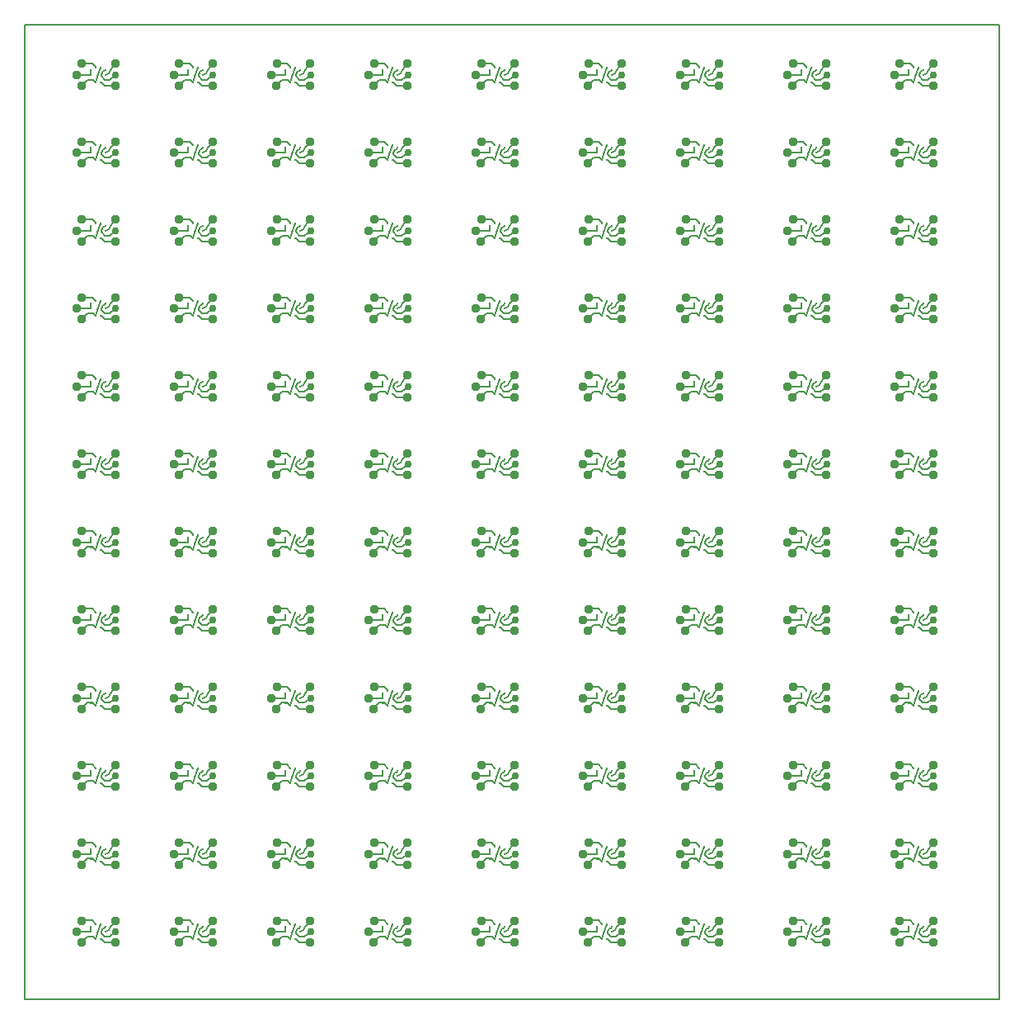
<source format=gtl>
G75*
%MOIN*%
%OFA0B0*%
%FSLAX25Y25*%
%IPPOS*%
%LPD*%
%AMOC8*
5,1,8,0,0,1.08239X$1,22.5*
%
%ADD10C,0.00600*%
%ADD11C,0.03772*%
%ADD12R,0.00984X0.01083*%
%ADD13R,0.01083X0.00984*%
%ADD14C,0.02978*%
D10*
X0001300Y0001300D02*
X0395001Y0001300D01*
X0395001Y0395001D01*
X0001300Y0395001D01*
X0001300Y0001300D01*
X0024135Y0024076D02*
X0026497Y0026497D01*
X0027826Y0026497D01*
X0027856Y0026466D01*
X0028841Y0026466D01*
X0029843Y0025463D01*
X0030434Y0027727D01*
X0031812Y0031467D01*
X0032915Y0029857D02*
X0033253Y0029857D01*
X0033830Y0030434D01*
X0032915Y0029857D02*
X0032388Y0029330D01*
X0032009Y0028300D01*
X0032009Y0027875D01*
X0033387Y0026497D01*
X0033830Y0026497D01*
X0035404Y0026497D01*
X0037914Y0028465D01*
X0035158Y0029056D02*
X0035749Y0030434D01*
X0037717Y0032914D01*
X0037717Y0032944D01*
X0035158Y0029056D02*
X0033830Y0028465D01*
X0032058Y0025463D02*
X0033387Y0024135D01*
X0035355Y0024135D01*
X0037757Y0024095D01*
X0032058Y0025463D02*
X0031812Y0025463D01*
X0028841Y0026466D02*
X0028810Y0026497D01*
X0027826Y0026497D01*
X0027826Y0028465D02*
X0022166Y0028465D01*
X0024253Y0032914D02*
X0024725Y0032993D01*
X0028465Y0032993D01*
X0029843Y0031615D01*
X0029843Y0031467D01*
X0027826Y0030434D02*
X0027826Y0028465D01*
X0024135Y0055572D02*
X0026497Y0057993D01*
X0027826Y0057993D01*
X0027856Y0057962D01*
X0028841Y0057962D01*
X0029843Y0056959D01*
X0030434Y0059223D01*
X0031812Y0062963D01*
X0032915Y0061354D02*
X0033253Y0061354D01*
X0033830Y0061930D01*
X0032915Y0061354D02*
X0032388Y0060826D01*
X0032009Y0059796D01*
X0032009Y0059371D01*
X0033387Y0057993D01*
X0033830Y0057993D01*
X0035404Y0057993D01*
X0037914Y0059961D01*
X0035158Y0060552D02*
X0035749Y0061930D01*
X0037717Y0064410D01*
X0037717Y0064440D01*
X0035158Y0060552D02*
X0033830Y0059961D01*
X0032058Y0056959D02*
X0033387Y0055631D01*
X0035355Y0055631D01*
X0037757Y0055591D01*
X0032058Y0056959D02*
X0031812Y0056959D01*
X0028841Y0057962D02*
X0028810Y0057993D01*
X0027826Y0057993D01*
X0027826Y0059961D02*
X0022166Y0059961D01*
X0024253Y0064410D02*
X0024725Y0064489D01*
X0028465Y0064489D01*
X0029843Y0063111D01*
X0029843Y0062963D01*
X0027826Y0061930D02*
X0027826Y0059961D01*
X0024135Y0087068D02*
X0026497Y0089489D01*
X0027826Y0089489D01*
X0027856Y0089458D01*
X0028841Y0089458D01*
X0029843Y0088456D01*
X0030434Y0090719D01*
X0031812Y0094459D01*
X0032915Y0092850D02*
X0033253Y0092850D01*
X0033830Y0093426D01*
X0032915Y0092850D02*
X0032388Y0092322D01*
X0032009Y0091292D01*
X0032009Y0090867D01*
X0033387Y0089489D01*
X0033830Y0089489D01*
X0035404Y0089489D01*
X0037914Y0091457D01*
X0035158Y0092048D02*
X0035749Y0093426D01*
X0037717Y0095906D01*
X0037717Y0095936D01*
X0035158Y0092048D02*
X0033830Y0091457D01*
X0032058Y0088456D02*
X0033387Y0087127D01*
X0035355Y0087127D01*
X0037757Y0087087D01*
X0032058Y0088456D02*
X0031812Y0088456D01*
X0028841Y0089458D02*
X0028810Y0089489D01*
X0027826Y0089489D01*
X0027826Y0091457D02*
X0022166Y0091457D01*
X0024253Y0095906D02*
X0024725Y0095985D01*
X0028465Y0095985D01*
X0029843Y0094607D01*
X0029843Y0094459D01*
X0027826Y0093426D02*
X0027826Y0091457D01*
X0024135Y0118564D02*
X0026497Y0120985D01*
X0027826Y0120985D01*
X0027856Y0120954D01*
X0028841Y0120954D01*
X0029843Y0119952D01*
X0030434Y0122215D01*
X0031812Y0125956D01*
X0032915Y0124346D02*
X0033253Y0124346D01*
X0033830Y0124922D01*
X0032915Y0124346D02*
X0032388Y0123818D01*
X0032009Y0122788D01*
X0032009Y0122363D01*
X0033387Y0120985D01*
X0033830Y0120985D01*
X0035404Y0120985D01*
X0037914Y0122954D01*
X0035158Y0123544D02*
X0035749Y0124922D01*
X0037717Y0127402D01*
X0037717Y0127432D01*
X0035158Y0123544D02*
X0033830Y0122954D01*
X0032058Y0119952D02*
X0033387Y0118623D01*
X0035355Y0118623D01*
X0037757Y0118583D01*
X0032058Y0119952D02*
X0031812Y0119952D01*
X0028841Y0120954D02*
X0028810Y0120985D01*
X0027826Y0120985D01*
X0027826Y0122954D02*
X0022166Y0122954D01*
X0024253Y0127402D02*
X0024725Y0127481D01*
X0028465Y0127481D01*
X0029843Y0126103D01*
X0029843Y0125956D01*
X0027826Y0124922D02*
X0027826Y0122954D01*
X0024135Y0150060D02*
X0026497Y0152481D01*
X0027826Y0152481D01*
X0027856Y0152450D01*
X0028841Y0152450D01*
X0029843Y0151448D01*
X0030434Y0153711D01*
X0031812Y0157452D01*
X0032915Y0155842D02*
X0033253Y0155842D01*
X0033830Y0156418D01*
X0032915Y0155842D02*
X0032388Y0155315D01*
X0032009Y0154284D01*
X0032009Y0153859D01*
X0033387Y0152481D01*
X0033830Y0152481D01*
X0035404Y0152481D01*
X0037914Y0154450D01*
X0035158Y0155040D02*
X0035749Y0156418D01*
X0037717Y0158898D01*
X0037717Y0158928D01*
X0035158Y0155040D02*
X0033830Y0154450D01*
X0032058Y0151448D02*
X0033387Y0150119D01*
X0035355Y0150119D01*
X0037757Y0150080D01*
X0032058Y0151448D02*
X0031812Y0151448D01*
X0028841Y0152450D02*
X0028810Y0152481D01*
X0027826Y0152481D01*
X0027826Y0154450D02*
X0022166Y0154450D01*
X0024253Y0158898D02*
X0024725Y0158977D01*
X0028465Y0158977D01*
X0029843Y0157599D01*
X0029843Y0157452D01*
X0027826Y0156418D02*
X0027826Y0154450D01*
X0024135Y0181556D02*
X0026497Y0183977D01*
X0027826Y0183977D01*
X0027856Y0183946D01*
X0028841Y0183946D01*
X0029843Y0182944D01*
X0030434Y0185207D01*
X0031812Y0188948D01*
X0032915Y0187338D02*
X0033253Y0187338D01*
X0033830Y0187914D01*
X0032915Y0187338D02*
X0032388Y0186811D01*
X0032009Y0185780D01*
X0032009Y0185355D01*
X0033387Y0183977D01*
X0033830Y0183977D01*
X0035404Y0183977D01*
X0037914Y0185946D01*
X0035158Y0186536D02*
X0035749Y0187914D01*
X0037717Y0190394D01*
X0037717Y0190424D01*
X0035158Y0186536D02*
X0033830Y0185946D01*
X0032058Y0182944D02*
X0033387Y0181615D01*
X0035355Y0181615D01*
X0037757Y0181576D01*
X0032058Y0182944D02*
X0031812Y0182944D01*
X0028841Y0183946D02*
X0028810Y0183977D01*
X0027826Y0183977D01*
X0027826Y0185946D02*
X0022166Y0185946D01*
X0024253Y0190394D02*
X0024725Y0190473D01*
X0028465Y0190473D01*
X0029843Y0189095D01*
X0029843Y0188948D01*
X0027826Y0187914D02*
X0027826Y0185946D01*
X0024135Y0213052D02*
X0026497Y0215473D01*
X0027826Y0215473D01*
X0027856Y0215443D01*
X0028841Y0215443D01*
X0029843Y0214440D01*
X0030434Y0216704D01*
X0031812Y0220444D01*
X0032915Y0218834D02*
X0033253Y0218834D01*
X0033830Y0219410D01*
X0032915Y0218834D02*
X0032388Y0218307D01*
X0032009Y0217277D01*
X0032009Y0216851D01*
X0033387Y0215473D01*
X0033830Y0215473D01*
X0035404Y0215473D01*
X0037914Y0217442D01*
X0035158Y0218032D02*
X0035749Y0219410D01*
X0037717Y0221891D01*
X0037717Y0221920D01*
X0035158Y0218032D02*
X0033830Y0217442D01*
X0032058Y0214440D02*
X0033387Y0213111D01*
X0035355Y0213111D01*
X0037757Y0213072D01*
X0032058Y0214440D02*
X0031812Y0214440D01*
X0028841Y0215443D02*
X0028810Y0215473D01*
X0027826Y0215473D01*
X0027826Y0217442D02*
X0022166Y0217442D01*
X0024253Y0221891D02*
X0024725Y0221969D01*
X0028465Y0221969D01*
X0029843Y0220591D01*
X0029843Y0220444D01*
X0027826Y0219410D02*
X0027826Y0217442D01*
X0024135Y0244548D02*
X0026497Y0246969D01*
X0027826Y0246969D01*
X0027856Y0246939D01*
X0028841Y0246939D01*
X0029843Y0245936D01*
X0030434Y0248200D01*
X0031812Y0251940D01*
X0032915Y0250330D02*
X0033253Y0250330D01*
X0033830Y0250906D01*
X0032915Y0250330D02*
X0032388Y0249803D01*
X0032009Y0248773D01*
X0032009Y0248347D01*
X0033387Y0246969D01*
X0033830Y0246969D01*
X0035404Y0246969D01*
X0037914Y0248938D01*
X0035158Y0249528D02*
X0035749Y0250906D01*
X0037717Y0253387D01*
X0037717Y0253416D01*
X0035158Y0249528D02*
X0033830Y0248938D01*
X0032058Y0245936D02*
X0033387Y0244607D01*
X0035355Y0244607D01*
X0037757Y0244568D01*
X0032058Y0245936D02*
X0031812Y0245936D01*
X0028841Y0246939D02*
X0028810Y0246969D01*
X0027826Y0246969D01*
X0027826Y0248938D02*
X0022166Y0248938D01*
X0024253Y0253387D02*
X0024725Y0253465D01*
X0028465Y0253465D01*
X0029843Y0252087D01*
X0029843Y0251940D01*
X0027826Y0250906D02*
X0027826Y0248938D01*
X0024135Y0276044D02*
X0026497Y0278465D01*
X0027826Y0278465D01*
X0027856Y0278435D01*
X0028841Y0278435D01*
X0029843Y0277432D01*
X0030434Y0279696D01*
X0031812Y0283436D01*
X0032915Y0281826D02*
X0033253Y0281826D01*
X0033830Y0282402D01*
X0032915Y0281826D02*
X0032388Y0281299D01*
X0032009Y0280269D01*
X0032009Y0279843D01*
X0033387Y0278465D01*
X0033830Y0278465D01*
X0035404Y0278465D01*
X0037914Y0280434D01*
X0035158Y0281024D02*
X0035749Y0282402D01*
X0037717Y0284883D01*
X0037717Y0284912D01*
X0035158Y0281024D02*
X0033830Y0280434D01*
X0032058Y0277432D02*
X0033387Y0276103D01*
X0035355Y0276103D01*
X0037757Y0276064D01*
X0032058Y0277432D02*
X0031812Y0277432D01*
X0028841Y0278435D02*
X0028810Y0278465D01*
X0027826Y0278465D01*
X0027826Y0280434D02*
X0022166Y0280434D01*
X0024253Y0284883D02*
X0024725Y0284961D01*
X0028465Y0284961D01*
X0029843Y0283583D01*
X0029843Y0283436D01*
X0027826Y0282402D02*
X0027826Y0280434D01*
X0024135Y0307540D02*
X0026497Y0309961D01*
X0027826Y0309961D01*
X0027856Y0309931D01*
X0028841Y0309931D01*
X0029843Y0308928D01*
X0030434Y0311192D01*
X0031812Y0314932D01*
X0032915Y0313322D02*
X0033253Y0313322D01*
X0033830Y0313898D01*
X0032915Y0313322D02*
X0032388Y0312795D01*
X0032009Y0311765D01*
X0032009Y0311339D01*
X0033387Y0309961D01*
X0033830Y0309961D01*
X0035404Y0309961D01*
X0037914Y0311930D01*
X0035158Y0312520D02*
X0035749Y0313898D01*
X0037717Y0316379D01*
X0037717Y0316408D01*
X0035158Y0312520D02*
X0033830Y0311930D01*
X0032058Y0308928D02*
X0033387Y0307599D01*
X0035355Y0307599D01*
X0037757Y0307560D01*
X0032058Y0308928D02*
X0031812Y0308928D01*
X0028841Y0309931D02*
X0028810Y0309961D01*
X0027826Y0309961D01*
X0027826Y0311930D02*
X0022166Y0311930D01*
X0024253Y0316379D02*
X0024725Y0316457D01*
X0028465Y0316457D01*
X0029843Y0315080D01*
X0029843Y0314932D01*
X0027826Y0313898D02*
X0027826Y0311930D01*
X0024135Y0339036D02*
X0026497Y0341457D01*
X0027826Y0341457D01*
X0027856Y0341427D01*
X0028841Y0341427D01*
X0029843Y0340424D01*
X0030434Y0342688D01*
X0031812Y0346428D01*
X0032915Y0344818D02*
X0033253Y0344818D01*
X0033830Y0345394D01*
X0032915Y0344818D02*
X0032388Y0344291D01*
X0032009Y0343261D01*
X0032009Y0342835D01*
X0033387Y0341457D01*
X0033830Y0341457D01*
X0035404Y0341457D01*
X0037914Y0343426D01*
X0035158Y0344017D02*
X0035749Y0345394D01*
X0037717Y0347875D01*
X0037717Y0347904D01*
X0035158Y0344017D02*
X0033830Y0343426D01*
X0032058Y0340424D02*
X0033387Y0339095D01*
X0035355Y0339095D01*
X0037757Y0339056D01*
X0032058Y0340424D02*
X0031812Y0340424D01*
X0028841Y0341427D02*
X0028810Y0341457D01*
X0027826Y0341457D01*
X0027826Y0343426D02*
X0022166Y0343426D01*
X0024253Y0347875D02*
X0024725Y0347954D01*
X0028465Y0347954D01*
X0029843Y0346576D01*
X0029843Y0346428D01*
X0027826Y0345394D02*
X0027826Y0343426D01*
X0024135Y0370532D02*
X0026497Y0372954D01*
X0027826Y0372954D01*
X0027856Y0372923D01*
X0028841Y0372923D01*
X0029843Y0371920D01*
X0030434Y0374184D01*
X0031812Y0377924D01*
X0032915Y0376314D02*
X0033253Y0376314D01*
X0033830Y0376891D01*
X0032915Y0376314D02*
X0032388Y0375787D01*
X0032009Y0374757D01*
X0032009Y0374331D01*
X0033387Y0372954D01*
X0033830Y0372954D01*
X0035404Y0372954D01*
X0037914Y0374922D01*
X0035158Y0375513D02*
X0035749Y0376891D01*
X0037717Y0379371D01*
X0037717Y0379400D01*
X0035158Y0375513D02*
X0033830Y0374922D01*
X0032058Y0371920D02*
X0033387Y0370591D01*
X0035355Y0370591D01*
X0037757Y0370552D01*
X0032058Y0371920D02*
X0031812Y0371920D01*
X0028841Y0372923D02*
X0028810Y0372954D01*
X0027826Y0372954D01*
X0027826Y0374922D02*
X0022166Y0374922D01*
X0024253Y0379371D02*
X0024725Y0379450D01*
X0028465Y0379450D01*
X0029843Y0378072D01*
X0029843Y0377924D01*
X0027826Y0376891D02*
X0027826Y0374922D01*
X0061536Y0374922D02*
X0067196Y0374922D01*
X0067196Y0376891D01*
X0069213Y0377924D02*
X0069213Y0378072D01*
X0067835Y0379450D01*
X0064095Y0379450D01*
X0063623Y0379371D01*
X0065867Y0372954D02*
X0063505Y0370532D01*
X0065867Y0372954D02*
X0067196Y0372954D01*
X0067226Y0372923D01*
X0068211Y0372923D01*
X0069213Y0371920D01*
X0069804Y0374184D01*
X0071182Y0377924D01*
X0072285Y0376314D02*
X0072623Y0376314D01*
X0073200Y0376891D01*
X0072285Y0376314D02*
X0071758Y0375787D01*
X0071379Y0374757D01*
X0071379Y0374331D01*
X0072757Y0372954D01*
X0073200Y0372954D01*
X0074774Y0372954D01*
X0077284Y0374922D01*
X0074528Y0375513D02*
X0075119Y0376891D01*
X0077087Y0379371D01*
X0077087Y0379400D01*
X0074528Y0375513D02*
X0073200Y0374922D01*
X0071428Y0371920D02*
X0071182Y0371920D01*
X0071428Y0371920D02*
X0072757Y0370591D01*
X0074725Y0370591D01*
X0077127Y0370552D01*
X0068211Y0372923D02*
X0068180Y0372954D01*
X0067196Y0372954D01*
X0067835Y0347954D02*
X0064095Y0347954D01*
X0063623Y0347875D01*
X0067835Y0347954D02*
X0069213Y0346576D01*
X0069213Y0346428D01*
X0071182Y0346428D02*
X0069804Y0342688D01*
X0069213Y0340424D01*
X0068211Y0341427D01*
X0067226Y0341427D01*
X0067196Y0341457D01*
X0065867Y0341457D01*
X0063505Y0339036D01*
X0067196Y0341457D02*
X0068180Y0341457D01*
X0068211Y0341427D01*
X0067196Y0343426D02*
X0067196Y0345394D01*
X0067196Y0343426D02*
X0061536Y0343426D01*
X0071182Y0340424D02*
X0071428Y0340424D01*
X0072757Y0339095D01*
X0074725Y0339095D01*
X0077127Y0339056D01*
X0074774Y0341457D02*
X0077284Y0343426D01*
X0074528Y0344017D02*
X0075119Y0345394D01*
X0077087Y0347875D01*
X0077087Y0347904D01*
X0073200Y0345394D02*
X0072623Y0344818D01*
X0072285Y0344818D01*
X0071758Y0344291D01*
X0071379Y0343261D01*
X0071379Y0342835D01*
X0072757Y0341457D01*
X0073200Y0341457D01*
X0074774Y0341457D01*
X0073200Y0343426D02*
X0074528Y0344017D01*
X0100906Y0343426D02*
X0106566Y0343426D01*
X0106566Y0345394D01*
X0108583Y0346428D02*
X0108583Y0346576D01*
X0107206Y0347954D01*
X0103465Y0347954D01*
X0102993Y0347875D01*
X0105237Y0341457D02*
X0102875Y0339036D01*
X0105237Y0341457D02*
X0106566Y0341457D01*
X0106596Y0341427D01*
X0107581Y0341427D01*
X0108583Y0340424D01*
X0109174Y0342688D01*
X0110552Y0346428D01*
X0111656Y0344818D02*
X0111128Y0344291D01*
X0110749Y0343261D01*
X0110749Y0342835D01*
X0112127Y0341457D01*
X0112570Y0341457D01*
X0114144Y0341457D01*
X0116654Y0343426D01*
X0113898Y0344017D02*
X0114489Y0345394D01*
X0116457Y0347875D01*
X0116457Y0347904D01*
X0112570Y0345394D02*
X0111993Y0344818D01*
X0111656Y0344818D01*
X0112570Y0343426D02*
X0113898Y0344017D01*
X0110798Y0340424D02*
X0112127Y0339095D01*
X0114095Y0339095D01*
X0116497Y0339056D01*
X0110798Y0340424D02*
X0110552Y0340424D01*
X0107581Y0341427D02*
X0107550Y0341457D01*
X0106566Y0341457D01*
X0107206Y0316457D02*
X0103465Y0316457D01*
X0102993Y0316379D01*
X0106566Y0313898D02*
X0106566Y0311930D01*
X0100906Y0311930D01*
X0105237Y0309961D02*
X0102875Y0307540D01*
X0105237Y0309961D02*
X0106566Y0309961D01*
X0106596Y0309931D01*
X0107581Y0309931D01*
X0108583Y0308928D01*
X0109174Y0311192D01*
X0110552Y0314932D01*
X0111656Y0313322D02*
X0111128Y0312795D01*
X0110749Y0311765D01*
X0110749Y0311339D01*
X0112127Y0309961D01*
X0112570Y0309961D01*
X0114144Y0309961D01*
X0116654Y0311930D01*
X0113898Y0312520D02*
X0114489Y0313898D01*
X0116457Y0316379D01*
X0116457Y0316408D01*
X0112570Y0313898D02*
X0111993Y0313322D01*
X0111656Y0313322D01*
X0112570Y0311930D02*
X0113898Y0312520D01*
X0110798Y0308928D02*
X0112127Y0307599D01*
X0114095Y0307599D01*
X0116497Y0307560D01*
X0110798Y0308928D02*
X0110552Y0308928D01*
X0107581Y0309931D02*
X0107550Y0309961D01*
X0106566Y0309961D01*
X0108583Y0314932D02*
X0108583Y0315080D01*
X0107206Y0316457D01*
X0077087Y0316379D02*
X0077087Y0316408D01*
X0077087Y0316379D02*
X0075119Y0313898D01*
X0074528Y0312520D01*
X0073200Y0311930D01*
X0072623Y0313322D02*
X0073200Y0313898D01*
X0072623Y0313322D02*
X0072285Y0313322D01*
X0071758Y0312795D01*
X0071379Y0311765D01*
X0071379Y0311339D01*
X0072757Y0309961D01*
X0073200Y0309961D01*
X0074774Y0309961D01*
X0077284Y0311930D01*
X0077127Y0307560D02*
X0074725Y0307599D01*
X0072757Y0307599D01*
X0071428Y0308928D01*
X0071182Y0308928D01*
X0069213Y0308928D02*
X0069804Y0311192D01*
X0071182Y0314932D01*
X0069213Y0314932D02*
X0069213Y0315080D01*
X0067835Y0316457D01*
X0064095Y0316457D01*
X0063623Y0316379D01*
X0067196Y0313898D02*
X0067196Y0311930D01*
X0061536Y0311930D01*
X0065867Y0309961D02*
X0063505Y0307540D01*
X0065867Y0309961D02*
X0067196Y0309961D01*
X0067226Y0309931D01*
X0068211Y0309931D01*
X0069213Y0308928D01*
X0068211Y0309931D02*
X0068180Y0309961D01*
X0067196Y0309961D01*
X0067835Y0284961D02*
X0064095Y0284961D01*
X0063623Y0284883D01*
X0067835Y0284961D02*
X0069213Y0283583D01*
X0069213Y0283436D01*
X0071182Y0283436D02*
X0069804Y0279696D01*
X0069213Y0277432D01*
X0068211Y0278435D01*
X0067226Y0278435D01*
X0067196Y0278465D01*
X0065867Y0278465D01*
X0063505Y0276044D01*
X0067196Y0278465D02*
X0068180Y0278465D01*
X0068211Y0278435D01*
X0067196Y0280434D02*
X0067196Y0282402D01*
X0067196Y0280434D02*
X0061536Y0280434D01*
X0071182Y0277432D02*
X0071428Y0277432D01*
X0072757Y0276103D01*
X0074725Y0276103D01*
X0077127Y0276064D01*
X0074774Y0278465D02*
X0077284Y0280434D01*
X0074528Y0281024D02*
X0075119Y0282402D01*
X0077087Y0284883D01*
X0077087Y0284912D01*
X0073200Y0282402D02*
X0072623Y0281826D01*
X0072285Y0281826D01*
X0071758Y0281299D01*
X0071379Y0280269D01*
X0071379Y0279843D01*
X0072757Y0278465D01*
X0073200Y0278465D01*
X0074774Y0278465D01*
X0073200Y0280434D02*
X0074528Y0281024D01*
X0100906Y0280434D02*
X0106566Y0280434D01*
X0106566Y0282402D01*
X0108583Y0283436D02*
X0108583Y0283583D01*
X0107206Y0284961D01*
X0103465Y0284961D01*
X0102993Y0284883D01*
X0105237Y0278465D02*
X0102875Y0276044D01*
X0105237Y0278465D02*
X0106566Y0278465D01*
X0106596Y0278435D01*
X0107581Y0278435D01*
X0108583Y0277432D01*
X0109174Y0279696D01*
X0110552Y0283436D01*
X0111656Y0281826D02*
X0111128Y0281299D01*
X0110749Y0280269D01*
X0110749Y0279843D01*
X0112127Y0278465D01*
X0112570Y0278465D01*
X0114144Y0278465D01*
X0116654Y0280434D01*
X0113898Y0281024D02*
X0114489Y0282402D01*
X0116457Y0284883D01*
X0116457Y0284912D01*
X0112570Y0282402D02*
X0111993Y0281826D01*
X0111656Y0281826D01*
X0112570Y0280434D02*
X0113898Y0281024D01*
X0110798Y0277432D02*
X0112127Y0276103D01*
X0114095Y0276103D01*
X0116497Y0276064D01*
X0110798Y0277432D02*
X0110552Y0277432D01*
X0107581Y0278435D02*
X0107550Y0278465D01*
X0106566Y0278465D01*
X0107206Y0253465D02*
X0103465Y0253465D01*
X0102993Y0253387D01*
X0106566Y0250906D02*
X0106566Y0248938D01*
X0100906Y0248938D01*
X0105237Y0246969D02*
X0102875Y0244548D01*
X0105237Y0246969D02*
X0106566Y0246969D01*
X0106596Y0246939D01*
X0107581Y0246939D01*
X0108583Y0245936D01*
X0109174Y0248200D01*
X0110552Y0251940D01*
X0111656Y0250330D02*
X0111993Y0250330D01*
X0112570Y0250906D01*
X0111656Y0250330D02*
X0111128Y0249803D01*
X0110749Y0248773D01*
X0110749Y0248347D01*
X0112127Y0246969D01*
X0112570Y0246969D01*
X0114144Y0246969D01*
X0116654Y0248938D01*
X0113898Y0249528D02*
X0114489Y0250906D01*
X0116457Y0253387D01*
X0116457Y0253416D01*
X0113898Y0249528D02*
X0112570Y0248938D01*
X0110798Y0245936D02*
X0112127Y0244607D01*
X0114095Y0244607D01*
X0116497Y0244568D01*
X0110798Y0245936D02*
X0110552Y0245936D01*
X0107581Y0246939D02*
X0107550Y0246969D01*
X0106566Y0246969D01*
X0108583Y0251940D02*
X0108583Y0252087D01*
X0107206Y0253465D01*
X0107206Y0221969D02*
X0103465Y0221969D01*
X0102993Y0221891D01*
X0106566Y0219410D02*
X0106566Y0217442D01*
X0100906Y0217442D01*
X0105237Y0215473D02*
X0102875Y0213052D01*
X0105237Y0215473D02*
X0106566Y0215473D01*
X0106596Y0215443D01*
X0107581Y0215443D01*
X0108583Y0214440D01*
X0109174Y0216704D01*
X0110552Y0220444D01*
X0111656Y0218834D02*
X0111993Y0218834D01*
X0112570Y0219410D01*
X0111656Y0218834D02*
X0111128Y0218307D01*
X0110749Y0217277D01*
X0110749Y0216851D01*
X0112127Y0215473D01*
X0112570Y0215473D01*
X0114144Y0215473D01*
X0116654Y0217442D01*
X0113898Y0218032D02*
X0114489Y0219410D01*
X0116457Y0221891D01*
X0116457Y0221920D01*
X0113898Y0218032D02*
X0112570Y0217442D01*
X0110798Y0214440D02*
X0112127Y0213111D01*
X0114095Y0213111D01*
X0116497Y0213072D01*
X0110798Y0214440D02*
X0110552Y0214440D01*
X0107581Y0215443D02*
X0107550Y0215473D01*
X0106566Y0215473D01*
X0108583Y0220444D02*
X0108583Y0220591D01*
X0107206Y0221969D01*
X0077087Y0221891D02*
X0077087Y0221920D01*
X0077087Y0221891D02*
X0075119Y0219410D01*
X0074528Y0218032D01*
X0073200Y0217442D01*
X0072623Y0218834D02*
X0073200Y0219410D01*
X0072623Y0218834D02*
X0072285Y0218834D01*
X0071758Y0218307D01*
X0071379Y0217277D01*
X0071379Y0216851D01*
X0072757Y0215473D01*
X0073200Y0215473D01*
X0074774Y0215473D01*
X0077284Y0217442D01*
X0077127Y0213072D02*
X0074725Y0213111D01*
X0072757Y0213111D01*
X0071428Y0214440D01*
X0071182Y0214440D01*
X0069213Y0214440D02*
X0069804Y0216704D01*
X0071182Y0220444D01*
X0069213Y0220444D02*
X0069213Y0220591D01*
X0067835Y0221969D01*
X0064095Y0221969D01*
X0063623Y0221891D01*
X0067196Y0219410D02*
X0067196Y0217442D01*
X0061536Y0217442D01*
X0065867Y0215473D02*
X0063505Y0213052D01*
X0065867Y0215473D02*
X0067196Y0215473D01*
X0067226Y0215443D01*
X0068211Y0215443D01*
X0069213Y0214440D01*
X0068211Y0215443D02*
X0068180Y0215473D01*
X0067196Y0215473D01*
X0067835Y0190473D02*
X0064095Y0190473D01*
X0063623Y0190394D01*
X0067835Y0190473D02*
X0069213Y0189095D01*
X0069213Y0188948D01*
X0071182Y0188948D02*
X0069804Y0185207D01*
X0069213Y0182944D01*
X0068211Y0183946D01*
X0067226Y0183946D01*
X0067196Y0183977D01*
X0065867Y0183977D01*
X0063505Y0181556D01*
X0067196Y0183977D02*
X0068180Y0183977D01*
X0068211Y0183946D01*
X0067196Y0185946D02*
X0067196Y0187914D01*
X0067196Y0185946D02*
X0061536Y0185946D01*
X0071182Y0182944D02*
X0071428Y0182944D01*
X0072757Y0181615D01*
X0074725Y0181615D01*
X0077127Y0181576D01*
X0074774Y0183977D02*
X0077284Y0185946D01*
X0074528Y0186536D02*
X0075119Y0187914D01*
X0077087Y0190394D01*
X0077087Y0190424D01*
X0073200Y0187914D02*
X0072623Y0187338D01*
X0072285Y0187338D01*
X0071758Y0186811D01*
X0071379Y0185780D01*
X0071379Y0185355D01*
X0072757Y0183977D01*
X0073200Y0183977D01*
X0074774Y0183977D01*
X0073200Y0185946D02*
X0074528Y0186536D01*
X0100906Y0185946D02*
X0106566Y0185946D01*
X0106566Y0187914D01*
X0108583Y0188948D02*
X0108583Y0189095D01*
X0107206Y0190473D01*
X0103465Y0190473D01*
X0102993Y0190394D01*
X0105237Y0183977D02*
X0102875Y0181556D01*
X0105237Y0183977D02*
X0106566Y0183977D01*
X0106596Y0183946D01*
X0107581Y0183946D01*
X0108583Y0182944D01*
X0109174Y0185207D01*
X0110552Y0188948D01*
X0111656Y0187338D02*
X0111993Y0187338D01*
X0112570Y0187914D01*
X0111656Y0187338D02*
X0111128Y0186811D01*
X0110749Y0185780D01*
X0110749Y0185355D01*
X0112127Y0183977D01*
X0112570Y0183977D01*
X0114144Y0183977D01*
X0116654Y0185946D01*
X0113898Y0186536D02*
X0114489Y0187914D01*
X0116457Y0190394D01*
X0116457Y0190424D01*
X0113898Y0186536D02*
X0112570Y0185946D01*
X0110798Y0182944D02*
X0112127Y0181615D01*
X0114095Y0181615D01*
X0116497Y0181576D01*
X0110798Y0182944D02*
X0110552Y0182944D01*
X0107581Y0183946D02*
X0107550Y0183977D01*
X0106566Y0183977D01*
X0107206Y0158977D02*
X0103465Y0158977D01*
X0102993Y0158898D01*
X0106566Y0156418D02*
X0106566Y0154450D01*
X0100906Y0154450D01*
X0105237Y0152481D02*
X0102875Y0150060D01*
X0105237Y0152481D02*
X0106566Y0152481D01*
X0106596Y0152450D01*
X0107581Y0152450D01*
X0108583Y0151448D01*
X0109174Y0153711D01*
X0110552Y0157452D01*
X0111656Y0155842D02*
X0111993Y0155842D01*
X0112570Y0156418D01*
X0111656Y0155842D02*
X0111128Y0155315D01*
X0110749Y0154284D01*
X0110749Y0153859D01*
X0112127Y0152481D01*
X0112570Y0152481D01*
X0114144Y0152481D01*
X0116654Y0154450D01*
X0113898Y0155040D02*
X0114489Y0156418D01*
X0116457Y0158898D01*
X0116457Y0158928D01*
X0113898Y0155040D02*
X0112570Y0154450D01*
X0110798Y0151448D02*
X0112127Y0150119D01*
X0114095Y0150119D01*
X0116497Y0150080D01*
X0110798Y0151448D02*
X0110552Y0151448D01*
X0107581Y0152450D02*
X0107550Y0152481D01*
X0106566Y0152481D01*
X0108583Y0157452D02*
X0108583Y0157599D01*
X0107206Y0158977D01*
X0077087Y0158898D02*
X0077087Y0158928D01*
X0077087Y0158898D02*
X0075119Y0156418D01*
X0074528Y0155040D01*
X0073200Y0154450D01*
X0072623Y0155842D02*
X0073200Y0156418D01*
X0072623Y0155842D02*
X0072285Y0155842D01*
X0071758Y0155315D01*
X0071379Y0154284D01*
X0071379Y0153859D01*
X0072757Y0152481D01*
X0073200Y0152481D01*
X0074774Y0152481D01*
X0077284Y0154450D01*
X0077127Y0150080D02*
X0074725Y0150119D01*
X0072757Y0150119D01*
X0071428Y0151448D01*
X0071182Y0151448D01*
X0069213Y0151448D02*
X0069804Y0153711D01*
X0071182Y0157452D01*
X0069213Y0157452D02*
X0069213Y0157599D01*
X0067835Y0158977D01*
X0064095Y0158977D01*
X0063623Y0158898D01*
X0067196Y0156418D02*
X0067196Y0154450D01*
X0061536Y0154450D01*
X0065867Y0152481D02*
X0063505Y0150060D01*
X0065867Y0152481D02*
X0067196Y0152481D01*
X0067226Y0152450D01*
X0068211Y0152450D01*
X0069213Y0151448D01*
X0068211Y0152450D02*
X0068180Y0152481D01*
X0067196Y0152481D01*
X0067835Y0127481D02*
X0064095Y0127481D01*
X0063623Y0127402D01*
X0067835Y0127481D02*
X0069213Y0126103D01*
X0069213Y0125956D01*
X0071182Y0125956D02*
X0069804Y0122215D01*
X0069213Y0119952D01*
X0068211Y0120954D01*
X0067226Y0120954D01*
X0067196Y0120985D01*
X0065867Y0120985D01*
X0063505Y0118564D01*
X0067196Y0120985D02*
X0068180Y0120985D01*
X0068211Y0120954D01*
X0067196Y0122954D02*
X0061536Y0122954D01*
X0067196Y0122954D02*
X0067196Y0124922D01*
X0071182Y0119952D02*
X0071428Y0119952D01*
X0072757Y0118623D01*
X0074725Y0118623D01*
X0077127Y0118583D01*
X0074774Y0120985D02*
X0077284Y0122954D01*
X0074528Y0123544D02*
X0075119Y0124922D01*
X0077087Y0127402D01*
X0077087Y0127432D01*
X0073200Y0124922D02*
X0072623Y0124346D01*
X0072285Y0124346D01*
X0071758Y0123818D01*
X0071379Y0122788D01*
X0071379Y0122363D01*
X0072757Y0120985D01*
X0073200Y0120985D01*
X0074774Y0120985D01*
X0073200Y0122954D02*
X0074528Y0123544D01*
X0100906Y0122954D02*
X0106566Y0122954D01*
X0106566Y0124922D01*
X0108583Y0125956D02*
X0108583Y0126103D01*
X0107206Y0127481D01*
X0103465Y0127481D01*
X0102993Y0127402D01*
X0105237Y0120985D02*
X0102875Y0118564D01*
X0105237Y0120985D02*
X0106566Y0120985D01*
X0106596Y0120954D01*
X0107581Y0120954D01*
X0108583Y0119952D01*
X0109174Y0122215D01*
X0110552Y0125956D01*
X0111656Y0124346D02*
X0111993Y0124346D01*
X0112570Y0124922D01*
X0111656Y0124346D02*
X0111128Y0123818D01*
X0110749Y0122788D01*
X0110749Y0122363D01*
X0112127Y0120985D01*
X0112570Y0120985D01*
X0114144Y0120985D01*
X0116654Y0122954D01*
X0113898Y0123544D02*
X0114489Y0124922D01*
X0116457Y0127402D01*
X0116457Y0127432D01*
X0113898Y0123544D02*
X0112570Y0122954D01*
X0110798Y0119952D02*
X0112127Y0118623D01*
X0114095Y0118623D01*
X0116497Y0118583D01*
X0110798Y0119952D02*
X0110552Y0119952D01*
X0107581Y0120954D02*
X0107550Y0120985D01*
X0106566Y0120985D01*
X0107206Y0095985D02*
X0103465Y0095985D01*
X0102993Y0095906D01*
X0106566Y0093426D02*
X0106566Y0091457D01*
X0100906Y0091457D01*
X0105237Y0089489D02*
X0102875Y0087068D01*
X0105237Y0089489D02*
X0106566Y0089489D01*
X0106596Y0089458D01*
X0107581Y0089458D01*
X0108583Y0088456D01*
X0109174Y0090719D01*
X0110552Y0094459D01*
X0111656Y0092850D02*
X0111993Y0092850D01*
X0112570Y0093426D01*
X0111656Y0092850D02*
X0111128Y0092322D01*
X0110749Y0091292D01*
X0110749Y0090867D01*
X0112127Y0089489D01*
X0112570Y0089489D01*
X0114144Y0089489D01*
X0116654Y0091457D01*
X0113898Y0092048D02*
X0114489Y0093426D01*
X0116457Y0095906D01*
X0116457Y0095936D01*
X0113898Y0092048D02*
X0112570Y0091457D01*
X0110798Y0088456D02*
X0112127Y0087127D01*
X0114095Y0087127D01*
X0116497Y0087087D01*
X0110798Y0088456D02*
X0110552Y0088456D01*
X0107581Y0089458D02*
X0107550Y0089489D01*
X0106566Y0089489D01*
X0108583Y0094459D02*
X0108583Y0094607D01*
X0107206Y0095985D01*
X0077087Y0095906D02*
X0077087Y0095936D01*
X0077087Y0095906D02*
X0075119Y0093426D01*
X0074528Y0092048D01*
X0073200Y0091457D01*
X0072623Y0092850D02*
X0073200Y0093426D01*
X0072623Y0092850D02*
X0072285Y0092850D01*
X0071758Y0092322D01*
X0071379Y0091292D01*
X0071379Y0090867D01*
X0072757Y0089489D01*
X0073200Y0089489D01*
X0074774Y0089489D01*
X0077284Y0091457D01*
X0072757Y0087127D02*
X0071428Y0088456D01*
X0071182Y0088456D01*
X0069213Y0088456D02*
X0069804Y0090719D01*
X0071182Y0094459D01*
X0069213Y0094459D02*
X0069213Y0094607D01*
X0067835Y0095985D01*
X0064095Y0095985D01*
X0063623Y0095906D01*
X0067196Y0093426D02*
X0067196Y0091457D01*
X0061536Y0091457D01*
X0065867Y0089489D02*
X0063505Y0087068D01*
X0065867Y0089489D02*
X0067196Y0089489D01*
X0067226Y0089458D01*
X0068211Y0089458D01*
X0069213Y0088456D01*
X0068211Y0089458D02*
X0068180Y0089489D01*
X0067196Y0089489D01*
X0072757Y0087127D02*
X0074725Y0087127D01*
X0077127Y0087087D01*
X0077087Y0064440D02*
X0077087Y0064410D01*
X0075119Y0061930D01*
X0074528Y0060552D01*
X0073200Y0059961D01*
X0072623Y0061354D02*
X0073200Y0061930D01*
X0072623Y0061354D02*
X0072285Y0061354D01*
X0071758Y0060826D01*
X0071379Y0059796D01*
X0071379Y0059371D01*
X0072757Y0057993D01*
X0073200Y0057993D01*
X0074774Y0057993D01*
X0077284Y0059961D01*
X0077127Y0055591D02*
X0074725Y0055631D01*
X0072757Y0055631D01*
X0071428Y0056959D01*
X0071182Y0056959D01*
X0069213Y0056959D02*
X0069804Y0059223D01*
X0071182Y0062963D01*
X0069213Y0062963D02*
X0069213Y0063111D01*
X0067835Y0064489D01*
X0064095Y0064489D01*
X0063623Y0064410D01*
X0067196Y0061930D02*
X0067196Y0059961D01*
X0061536Y0059961D01*
X0065867Y0057993D02*
X0063505Y0055572D01*
X0065867Y0057993D02*
X0067196Y0057993D01*
X0067226Y0057962D01*
X0068211Y0057962D01*
X0069213Y0056959D01*
X0068211Y0057962D02*
X0068180Y0057993D01*
X0067196Y0057993D01*
X0067835Y0032993D02*
X0064095Y0032993D01*
X0063623Y0032914D01*
X0067835Y0032993D02*
X0069213Y0031615D01*
X0069213Y0031467D01*
X0071182Y0031467D02*
X0069804Y0027727D01*
X0069213Y0025463D01*
X0068211Y0026466D01*
X0067226Y0026466D01*
X0067196Y0026497D01*
X0065867Y0026497D01*
X0063505Y0024076D01*
X0067196Y0026497D02*
X0068180Y0026497D01*
X0068211Y0026466D01*
X0067196Y0028465D02*
X0061536Y0028465D01*
X0067196Y0028465D02*
X0067196Y0030434D01*
X0071182Y0025463D02*
X0071428Y0025463D01*
X0072757Y0024135D01*
X0074725Y0024135D01*
X0077127Y0024095D01*
X0074774Y0026497D02*
X0077284Y0028465D01*
X0074528Y0029056D02*
X0075119Y0030434D01*
X0077087Y0032914D01*
X0077087Y0032944D01*
X0073200Y0030434D02*
X0072623Y0029857D01*
X0072285Y0029857D01*
X0071758Y0029330D01*
X0071379Y0028300D01*
X0071379Y0027875D01*
X0072757Y0026497D01*
X0073200Y0026497D01*
X0074774Y0026497D01*
X0073200Y0028465D02*
X0074528Y0029056D01*
X0100906Y0028465D02*
X0106566Y0028465D01*
X0106566Y0030434D01*
X0108583Y0031467D02*
X0108583Y0031615D01*
X0107206Y0032993D01*
X0103465Y0032993D01*
X0102993Y0032914D01*
X0105237Y0026497D02*
X0102875Y0024076D01*
X0105237Y0026497D02*
X0106566Y0026497D01*
X0106596Y0026466D01*
X0107581Y0026466D01*
X0108583Y0025463D01*
X0109174Y0027727D01*
X0110552Y0031467D01*
X0111656Y0029857D02*
X0111993Y0029857D01*
X0112570Y0030434D01*
X0111656Y0029857D02*
X0111128Y0029330D01*
X0110749Y0028300D01*
X0110749Y0027875D01*
X0112127Y0026497D01*
X0112570Y0026497D01*
X0114144Y0026497D01*
X0116654Y0028465D01*
X0113898Y0029056D02*
X0114489Y0030434D01*
X0116457Y0032914D01*
X0116457Y0032944D01*
X0113898Y0029056D02*
X0112570Y0028465D01*
X0110798Y0025463D02*
X0112127Y0024135D01*
X0114095Y0024135D01*
X0116497Y0024095D01*
X0110798Y0025463D02*
X0110552Y0025463D01*
X0107581Y0026466D02*
X0107550Y0026497D01*
X0106566Y0026497D01*
X0102875Y0055572D02*
X0105237Y0057993D01*
X0106566Y0057993D01*
X0106596Y0057962D01*
X0107581Y0057962D01*
X0108583Y0056959D01*
X0109174Y0059223D01*
X0110552Y0062963D01*
X0111656Y0061354D02*
X0111993Y0061354D01*
X0112570Y0061930D01*
X0111656Y0061354D02*
X0111128Y0060826D01*
X0110749Y0059796D01*
X0110749Y0059371D01*
X0112127Y0057993D01*
X0112570Y0057993D01*
X0114144Y0057993D01*
X0116654Y0059961D01*
X0113898Y0060552D02*
X0114489Y0061930D01*
X0116457Y0064410D01*
X0116457Y0064440D01*
X0113898Y0060552D02*
X0112570Y0059961D01*
X0110798Y0056959D02*
X0112127Y0055631D01*
X0114095Y0055631D01*
X0116497Y0055591D01*
X0110798Y0056959D02*
X0110552Y0056959D01*
X0107581Y0057962D02*
X0107550Y0057993D01*
X0106566Y0057993D01*
X0106566Y0059961D02*
X0100906Y0059961D01*
X0102993Y0064410D02*
X0103465Y0064489D01*
X0107206Y0064489D01*
X0108583Y0063111D01*
X0108583Y0062963D01*
X0106566Y0061930D02*
X0106566Y0059961D01*
X0140276Y0059961D02*
X0145936Y0059961D01*
X0145936Y0061930D01*
X0147954Y0062963D02*
X0147954Y0063111D01*
X0146576Y0064489D01*
X0142835Y0064489D01*
X0142363Y0064410D01*
X0144607Y0057993D02*
X0142245Y0055572D01*
X0144607Y0057993D02*
X0145936Y0057993D01*
X0145967Y0057962D01*
X0146951Y0057962D01*
X0147954Y0056959D01*
X0148544Y0059223D01*
X0149922Y0062963D01*
X0151026Y0061354D02*
X0150498Y0060826D01*
X0150119Y0059796D01*
X0150119Y0059371D01*
X0151497Y0057993D01*
X0151940Y0057993D01*
X0153515Y0057993D01*
X0156024Y0059961D01*
X0153269Y0060552D02*
X0153859Y0061930D01*
X0155828Y0064410D01*
X0155828Y0064440D01*
X0151940Y0061930D02*
X0151363Y0061354D01*
X0151026Y0061354D01*
X0151940Y0059961D02*
X0153269Y0060552D01*
X0150168Y0056959D02*
X0151497Y0055631D01*
X0153465Y0055631D01*
X0155867Y0055591D01*
X0150168Y0056959D02*
X0149922Y0056959D01*
X0146951Y0057962D02*
X0146920Y0057993D01*
X0145936Y0057993D01*
X0146576Y0032993D02*
X0142835Y0032993D01*
X0142363Y0032914D01*
X0146576Y0032993D02*
X0147954Y0031615D01*
X0147954Y0031467D01*
X0149922Y0031467D02*
X0148544Y0027727D01*
X0147954Y0025463D01*
X0146951Y0026466D01*
X0145967Y0026466D01*
X0145936Y0026497D01*
X0144607Y0026497D01*
X0142245Y0024076D01*
X0145936Y0026497D02*
X0146920Y0026497D01*
X0146951Y0026466D01*
X0145936Y0028465D02*
X0140276Y0028465D01*
X0145936Y0028465D02*
X0145936Y0030434D01*
X0150498Y0029330D02*
X0150119Y0028300D01*
X0150119Y0027875D01*
X0151497Y0026497D01*
X0151940Y0026497D01*
X0153515Y0026497D01*
X0156024Y0028465D01*
X0153269Y0029056D02*
X0153859Y0030434D01*
X0155828Y0032914D01*
X0155828Y0032944D01*
X0151940Y0030434D02*
X0151363Y0029857D01*
X0151026Y0029857D01*
X0150498Y0029330D01*
X0151940Y0028465D02*
X0153269Y0029056D01*
X0150168Y0025463D02*
X0151497Y0024135D01*
X0153465Y0024135D01*
X0155867Y0024095D01*
X0150168Y0025463D02*
X0149922Y0025463D01*
X0183583Y0028465D02*
X0189243Y0028465D01*
X0189243Y0030434D01*
X0191261Y0031467D02*
X0191261Y0031615D01*
X0189883Y0032993D01*
X0186143Y0032993D01*
X0185670Y0032914D01*
X0187914Y0026497D02*
X0185552Y0024076D01*
X0187914Y0026497D02*
X0189243Y0026497D01*
X0189274Y0026466D01*
X0190258Y0026466D01*
X0191261Y0025463D01*
X0191851Y0027727D01*
X0193229Y0031467D01*
X0194333Y0029857D02*
X0193806Y0029330D01*
X0193426Y0028300D01*
X0193426Y0027875D01*
X0194804Y0026497D01*
X0195247Y0026497D01*
X0196822Y0026497D01*
X0199331Y0028465D01*
X0196576Y0029056D02*
X0197166Y0030434D01*
X0199135Y0032914D01*
X0199135Y0032944D01*
X0195247Y0030434D02*
X0194670Y0029857D01*
X0194333Y0029857D01*
X0195247Y0028465D02*
X0196576Y0029056D01*
X0193475Y0025463D02*
X0194804Y0024135D01*
X0196772Y0024135D01*
X0199174Y0024095D01*
X0193475Y0025463D02*
X0193229Y0025463D01*
X0190258Y0026466D02*
X0190227Y0026497D01*
X0189243Y0026497D01*
X0185552Y0055572D02*
X0187914Y0057993D01*
X0189243Y0057993D01*
X0189274Y0057962D01*
X0190258Y0057962D01*
X0191261Y0056959D01*
X0191851Y0059223D01*
X0193229Y0062963D01*
X0194333Y0061354D02*
X0193806Y0060826D01*
X0193426Y0059796D01*
X0193426Y0059371D01*
X0194804Y0057993D01*
X0195247Y0057993D01*
X0196822Y0057993D01*
X0199331Y0059961D01*
X0196576Y0060552D02*
X0197166Y0061930D01*
X0199135Y0064410D01*
X0199135Y0064440D01*
X0195247Y0061930D02*
X0194670Y0061354D01*
X0194333Y0061354D01*
X0195247Y0059961D02*
X0196576Y0060552D01*
X0193475Y0056959D02*
X0194804Y0055631D01*
X0196772Y0055631D01*
X0199174Y0055591D01*
X0193475Y0056959D02*
X0193229Y0056959D01*
X0190258Y0057962D02*
X0190227Y0057993D01*
X0189243Y0057993D01*
X0189243Y0059961D02*
X0183583Y0059961D01*
X0185670Y0064410D02*
X0186143Y0064489D01*
X0189883Y0064489D01*
X0191261Y0063111D01*
X0191261Y0062963D01*
X0189243Y0061930D02*
X0189243Y0059961D01*
X0185552Y0087068D02*
X0187914Y0089489D01*
X0189243Y0089489D01*
X0189274Y0089458D01*
X0190258Y0089458D01*
X0191261Y0088456D01*
X0191851Y0090719D01*
X0193229Y0094459D01*
X0194333Y0092850D02*
X0193806Y0092322D01*
X0193426Y0091292D01*
X0193426Y0090867D01*
X0194804Y0089489D01*
X0195247Y0089489D01*
X0196822Y0089489D01*
X0199331Y0091457D01*
X0196576Y0092048D02*
X0197166Y0093426D01*
X0199135Y0095906D01*
X0199135Y0095936D01*
X0195247Y0093426D02*
X0194670Y0092850D01*
X0194333Y0092850D01*
X0195247Y0091457D02*
X0196576Y0092048D01*
X0193475Y0088456D02*
X0194804Y0087127D01*
X0196772Y0087127D01*
X0199174Y0087087D01*
X0193475Y0088456D02*
X0193229Y0088456D01*
X0190258Y0089458D02*
X0190227Y0089489D01*
X0189243Y0089489D01*
X0189243Y0091457D02*
X0183583Y0091457D01*
X0185670Y0095906D02*
X0186143Y0095985D01*
X0189883Y0095985D01*
X0191261Y0094607D01*
X0191261Y0094459D01*
X0189243Y0093426D02*
X0189243Y0091457D01*
X0185552Y0118564D02*
X0187914Y0120985D01*
X0189243Y0120985D01*
X0189274Y0120954D01*
X0190258Y0120954D01*
X0191261Y0119952D01*
X0191851Y0122215D01*
X0193229Y0125956D01*
X0194333Y0124346D02*
X0193806Y0123818D01*
X0193426Y0122788D01*
X0193426Y0122363D01*
X0194804Y0120985D01*
X0195247Y0120985D01*
X0196822Y0120985D01*
X0199331Y0122954D01*
X0196576Y0123544D02*
X0197166Y0124922D01*
X0199135Y0127402D01*
X0199135Y0127432D01*
X0195247Y0124922D02*
X0194670Y0124346D01*
X0194333Y0124346D01*
X0195247Y0122954D02*
X0196576Y0123544D01*
X0193475Y0119952D02*
X0194804Y0118623D01*
X0196772Y0118623D01*
X0199174Y0118583D01*
X0193475Y0119952D02*
X0193229Y0119952D01*
X0190258Y0120954D02*
X0190227Y0120985D01*
X0189243Y0120985D01*
X0189243Y0122954D02*
X0183583Y0122954D01*
X0185670Y0127402D02*
X0186143Y0127481D01*
X0189883Y0127481D01*
X0191261Y0126103D01*
X0191261Y0125956D01*
X0189243Y0124922D02*
X0189243Y0122954D01*
X0185552Y0150060D02*
X0187914Y0152481D01*
X0189243Y0152481D01*
X0189274Y0152450D01*
X0190258Y0152450D01*
X0191261Y0151448D01*
X0191851Y0153711D01*
X0193229Y0157452D01*
X0194333Y0155842D02*
X0193806Y0155315D01*
X0193426Y0154284D01*
X0193426Y0153859D01*
X0194804Y0152481D01*
X0195247Y0152481D01*
X0196822Y0152481D01*
X0199331Y0154450D01*
X0196576Y0155040D02*
X0197166Y0156418D01*
X0199135Y0158898D01*
X0199135Y0158928D01*
X0195247Y0156418D02*
X0194670Y0155842D01*
X0194333Y0155842D01*
X0195247Y0154450D02*
X0196576Y0155040D01*
X0193475Y0151448D02*
X0194804Y0150119D01*
X0196772Y0150119D01*
X0199174Y0150080D01*
X0193475Y0151448D02*
X0193229Y0151448D01*
X0190258Y0152450D02*
X0190227Y0152481D01*
X0189243Y0152481D01*
X0189243Y0154450D02*
X0183583Y0154450D01*
X0189243Y0154450D02*
X0189243Y0156418D01*
X0191261Y0157452D02*
X0191261Y0157599D01*
X0189883Y0158977D01*
X0186143Y0158977D01*
X0185670Y0158898D01*
X0185552Y0181556D02*
X0187914Y0183977D01*
X0189243Y0183977D01*
X0189274Y0183946D01*
X0190258Y0183946D01*
X0191261Y0182944D01*
X0191851Y0185207D01*
X0193229Y0188948D01*
X0194333Y0187338D02*
X0193806Y0186811D01*
X0193426Y0185780D01*
X0193426Y0185355D01*
X0194804Y0183977D01*
X0195247Y0183977D01*
X0196822Y0183977D01*
X0199331Y0185946D01*
X0196576Y0186536D02*
X0197166Y0187914D01*
X0199135Y0190394D01*
X0199135Y0190424D01*
X0195247Y0187914D02*
X0194670Y0187338D01*
X0194333Y0187338D01*
X0195247Y0185946D02*
X0196576Y0186536D01*
X0193475Y0182944D02*
X0194804Y0181615D01*
X0196772Y0181615D01*
X0199174Y0181576D01*
X0193475Y0182944D02*
X0193229Y0182944D01*
X0190258Y0183946D02*
X0190227Y0183977D01*
X0189243Y0183977D01*
X0189243Y0185946D02*
X0183583Y0185946D01*
X0189243Y0185946D02*
X0189243Y0187914D01*
X0191261Y0188948D02*
X0191261Y0189095D01*
X0189883Y0190473D01*
X0186143Y0190473D01*
X0185670Y0190394D01*
X0185552Y0213052D02*
X0187914Y0215473D01*
X0189243Y0215473D01*
X0189274Y0215443D01*
X0190258Y0215443D01*
X0191261Y0214440D01*
X0191851Y0216704D01*
X0193229Y0220444D01*
X0194333Y0218834D02*
X0193806Y0218307D01*
X0193426Y0217277D01*
X0193426Y0216851D01*
X0194804Y0215473D01*
X0195247Y0215473D01*
X0196822Y0215473D01*
X0199331Y0217442D01*
X0196576Y0218032D02*
X0197166Y0219410D01*
X0199135Y0221891D01*
X0199135Y0221920D01*
X0195247Y0219410D02*
X0194670Y0218834D01*
X0194333Y0218834D01*
X0195247Y0217442D02*
X0196576Y0218032D01*
X0193475Y0214440D02*
X0194804Y0213111D01*
X0196772Y0213111D01*
X0199174Y0213072D01*
X0193475Y0214440D02*
X0193229Y0214440D01*
X0190258Y0215443D02*
X0190227Y0215473D01*
X0189243Y0215473D01*
X0189243Y0217442D02*
X0183583Y0217442D01*
X0185670Y0221891D02*
X0186143Y0221969D01*
X0189883Y0221969D01*
X0191261Y0220591D01*
X0191261Y0220444D01*
X0189243Y0219410D02*
X0189243Y0217442D01*
X0185552Y0244548D02*
X0187914Y0246969D01*
X0189243Y0246969D01*
X0189274Y0246939D01*
X0190258Y0246939D01*
X0191261Y0245936D01*
X0191851Y0248200D01*
X0193229Y0251940D01*
X0194333Y0250330D02*
X0193806Y0249803D01*
X0193426Y0248773D01*
X0193426Y0248347D01*
X0194804Y0246969D01*
X0195247Y0246969D01*
X0196822Y0246969D01*
X0199331Y0248938D01*
X0196576Y0249528D02*
X0197166Y0250906D01*
X0199135Y0253387D01*
X0199135Y0253416D01*
X0195247Y0250906D02*
X0194670Y0250330D01*
X0194333Y0250330D01*
X0195247Y0248938D02*
X0196576Y0249528D01*
X0193475Y0245936D02*
X0194804Y0244607D01*
X0196772Y0244607D01*
X0199174Y0244568D01*
X0193475Y0245936D02*
X0193229Y0245936D01*
X0190258Y0246939D02*
X0190227Y0246969D01*
X0189243Y0246969D01*
X0189243Y0248938D02*
X0183583Y0248938D01*
X0185670Y0253387D02*
X0186143Y0253465D01*
X0189883Y0253465D01*
X0191261Y0252087D01*
X0191261Y0251940D01*
X0189243Y0250906D02*
X0189243Y0248938D01*
X0185552Y0276044D02*
X0187914Y0278465D01*
X0189243Y0278465D01*
X0189274Y0278435D01*
X0190258Y0278435D01*
X0191261Y0277432D01*
X0191851Y0279696D01*
X0193229Y0283436D01*
X0194333Y0281826D02*
X0193806Y0281299D01*
X0193426Y0280269D01*
X0193426Y0279843D01*
X0194804Y0278465D01*
X0195247Y0278465D01*
X0196822Y0278465D01*
X0199331Y0280434D01*
X0196576Y0281024D02*
X0197166Y0282402D01*
X0199135Y0284883D01*
X0199135Y0284912D01*
X0195247Y0282402D02*
X0194670Y0281826D01*
X0194333Y0281826D01*
X0195247Y0280434D02*
X0196576Y0281024D01*
X0193475Y0277432D02*
X0194804Y0276103D01*
X0196772Y0276103D01*
X0199174Y0276064D01*
X0193475Y0277432D02*
X0193229Y0277432D01*
X0190258Y0278435D02*
X0190227Y0278465D01*
X0189243Y0278465D01*
X0189243Y0280434D02*
X0183583Y0280434D01*
X0185670Y0284883D02*
X0186143Y0284961D01*
X0189883Y0284961D01*
X0191261Y0283583D01*
X0191261Y0283436D01*
X0189243Y0282402D02*
X0189243Y0280434D01*
X0185552Y0307540D02*
X0187914Y0309961D01*
X0189243Y0309961D01*
X0189274Y0309931D01*
X0190258Y0309931D01*
X0191261Y0308928D01*
X0191851Y0311192D01*
X0193229Y0314932D01*
X0194333Y0313322D02*
X0193806Y0312795D01*
X0193426Y0311765D01*
X0193426Y0311339D01*
X0194804Y0309961D01*
X0195247Y0309961D01*
X0196822Y0309961D01*
X0199331Y0311930D01*
X0196576Y0312520D02*
X0197166Y0313898D01*
X0199135Y0316379D01*
X0199135Y0316408D01*
X0195247Y0313898D02*
X0194670Y0313322D01*
X0194333Y0313322D01*
X0195247Y0311930D02*
X0196576Y0312520D01*
X0193475Y0308928D02*
X0194804Y0307599D01*
X0196772Y0307599D01*
X0199174Y0307560D01*
X0193475Y0308928D02*
X0193229Y0308928D01*
X0190258Y0309931D02*
X0190227Y0309961D01*
X0189243Y0309961D01*
X0189243Y0311930D02*
X0183583Y0311930D01*
X0185670Y0316379D02*
X0186143Y0316457D01*
X0189883Y0316457D01*
X0191261Y0315080D01*
X0191261Y0314932D01*
X0189243Y0313898D02*
X0189243Y0311930D01*
X0185552Y0339036D02*
X0187914Y0341457D01*
X0189243Y0341457D01*
X0189274Y0341427D01*
X0190258Y0341427D01*
X0191261Y0340424D01*
X0191851Y0342688D01*
X0193229Y0346428D01*
X0194333Y0344818D02*
X0193806Y0344291D01*
X0193426Y0343261D01*
X0193426Y0342835D01*
X0194804Y0341457D01*
X0195247Y0341457D01*
X0196822Y0341457D01*
X0199331Y0343426D01*
X0196576Y0344017D02*
X0197166Y0345394D01*
X0199135Y0347875D01*
X0199135Y0347904D01*
X0195247Y0345394D02*
X0194670Y0344818D01*
X0194333Y0344818D01*
X0195247Y0343426D02*
X0196576Y0344017D01*
X0193475Y0340424D02*
X0194804Y0339095D01*
X0196772Y0339095D01*
X0199174Y0339056D01*
X0193475Y0340424D02*
X0193229Y0340424D01*
X0190258Y0341427D02*
X0190227Y0341457D01*
X0189243Y0341457D01*
X0189243Y0343426D02*
X0183583Y0343426D01*
X0185670Y0347875D02*
X0186143Y0347954D01*
X0189883Y0347954D01*
X0191261Y0346576D01*
X0191261Y0346428D01*
X0189243Y0345394D02*
X0189243Y0343426D01*
X0185552Y0370532D02*
X0187914Y0372954D01*
X0189243Y0372954D01*
X0189274Y0372923D01*
X0190258Y0372923D01*
X0191261Y0371920D01*
X0191851Y0374184D01*
X0193229Y0377924D01*
X0194333Y0376314D02*
X0193806Y0375787D01*
X0193426Y0374757D01*
X0193426Y0374331D01*
X0194804Y0372954D01*
X0195247Y0372954D01*
X0196822Y0372954D01*
X0199331Y0374922D01*
X0196576Y0375513D02*
X0197166Y0376891D01*
X0199135Y0379371D01*
X0199135Y0379400D01*
X0195247Y0376891D02*
X0194670Y0376314D01*
X0194333Y0376314D01*
X0195247Y0374922D02*
X0196576Y0375513D01*
X0193475Y0371920D02*
X0194804Y0370591D01*
X0196772Y0370591D01*
X0199174Y0370552D01*
X0193475Y0371920D02*
X0193229Y0371920D01*
X0190258Y0372923D02*
X0190227Y0372954D01*
X0189243Y0372954D01*
X0189243Y0374922D02*
X0183583Y0374922D01*
X0185670Y0379371D02*
X0186143Y0379450D01*
X0189883Y0379450D01*
X0191261Y0378072D01*
X0191261Y0377924D01*
X0189243Y0376891D02*
X0189243Y0374922D01*
X0156024Y0374922D02*
X0153515Y0372954D01*
X0151940Y0372954D01*
X0151497Y0372954D01*
X0150119Y0374331D01*
X0150119Y0374757D01*
X0150498Y0375787D01*
X0151026Y0376314D01*
X0151363Y0376314D01*
X0151940Y0376891D01*
X0153269Y0375513D02*
X0153859Y0376891D01*
X0155828Y0379371D01*
X0155828Y0379400D01*
X0153269Y0375513D02*
X0151940Y0374922D01*
X0148544Y0374184D02*
X0147954Y0371920D01*
X0146951Y0372923D01*
X0145967Y0372923D01*
X0145936Y0372954D01*
X0144607Y0372954D01*
X0142245Y0370532D01*
X0145936Y0372954D02*
X0146920Y0372954D01*
X0146951Y0372923D01*
X0148544Y0374184D02*
X0149922Y0377924D01*
X0147954Y0377924D02*
X0147954Y0378072D01*
X0146576Y0379450D01*
X0142835Y0379450D01*
X0142363Y0379371D01*
X0145936Y0376891D02*
X0145936Y0374922D01*
X0140276Y0374922D01*
X0149922Y0371920D02*
X0150168Y0371920D01*
X0151497Y0370591D01*
X0153465Y0370591D01*
X0155867Y0370552D01*
X0155828Y0347904D02*
X0155828Y0347875D01*
X0153859Y0345394D01*
X0153269Y0344017D01*
X0151940Y0343426D01*
X0151363Y0344818D02*
X0151940Y0345394D01*
X0151363Y0344818D02*
X0151026Y0344818D01*
X0150498Y0344291D01*
X0150119Y0343261D01*
X0150119Y0342835D01*
X0151497Y0341457D01*
X0151940Y0341457D01*
X0153515Y0341457D01*
X0156024Y0343426D01*
X0155867Y0339056D02*
X0153465Y0339095D01*
X0151497Y0339095D01*
X0150168Y0340424D01*
X0149922Y0340424D01*
X0147954Y0340424D02*
X0148544Y0342688D01*
X0149922Y0346428D01*
X0147954Y0346428D02*
X0147954Y0346576D01*
X0146576Y0347954D01*
X0142835Y0347954D01*
X0142363Y0347875D01*
X0145936Y0345394D02*
X0145936Y0343426D01*
X0140276Y0343426D01*
X0144607Y0341457D02*
X0142245Y0339036D01*
X0144607Y0341457D02*
X0145936Y0341457D01*
X0145967Y0341427D01*
X0146951Y0341427D01*
X0147954Y0340424D01*
X0146951Y0341427D02*
X0146920Y0341457D01*
X0145936Y0341457D01*
X0146576Y0316457D02*
X0142835Y0316457D01*
X0142363Y0316379D01*
X0146576Y0316457D02*
X0147954Y0315080D01*
X0147954Y0314932D01*
X0149922Y0314932D02*
X0148544Y0311192D01*
X0147954Y0308928D01*
X0146951Y0309931D01*
X0145967Y0309931D01*
X0145936Y0309961D01*
X0144607Y0309961D01*
X0142245Y0307540D01*
X0145936Y0309961D02*
X0146920Y0309961D01*
X0146951Y0309931D01*
X0145936Y0311930D02*
X0145936Y0313898D01*
X0145936Y0311930D02*
X0140276Y0311930D01*
X0150119Y0311765D02*
X0150119Y0311339D01*
X0151497Y0309961D01*
X0151940Y0309961D01*
X0153515Y0309961D01*
X0156024Y0311930D01*
X0153269Y0312520D02*
X0153859Y0313898D01*
X0155828Y0316379D01*
X0155828Y0316408D01*
X0151940Y0313898D02*
X0151363Y0313322D01*
X0151026Y0313322D01*
X0150498Y0312795D01*
X0150119Y0311765D01*
X0151940Y0311930D02*
X0153269Y0312520D01*
X0150168Y0308928D02*
X0151497Y0307599D01*
X0153465Y0307599D01*
X0155867Y0307560D01*
X0150168Y0308928D02*
X0149922Y0308928D01*
X0146576Y0284961D02*
X0142835Y0284961D01*
X0142363Y0284883D01*
X0146576Y0284961D02*
X0147954Y0283583D01*
X0147954Y0283436D01*
X0149922Y0283436D02*
X0148544Y0279696D01*
X0147954Y0277432D01*
X0146951Y0278435D01*
X0145967Y0278435D01*
X0145936Y0278465D01*
X0144607Y0278465D01*
X0142245Y0276044D01*
X0145936Y0278465D02*
X0146920Y0278465D01*
X0146951Y0278435D01*
X0145936Y0280434D02*
X0145936Y0282402D01*
X0145936Y0280434D02*
X0140276Y0280434D01*
X0150119Y0280269D02*
X0150119Y0279843D01*
X0151497Y0278465D01*
X0151940Y0278465D01*
X0153515Y0278465D01*
X0156024Y0280434D01*
X0153269Y0281024D02*
X0153859Y0282402D01*
X0155828Y0284883D01*
X0155828Y0284912D01*
X0151940Y0282402D02*
X0151363Y0281826D01*
X0151026Y0281826D01*
X0150498Y0281299D01*
X0150119Y0280269D01*
X0151940Y0280434D02*
X0153269Y0281024D01*
X0150168Y0277432D02*
X0151497Y0276103D01*
X0153465Y0276103D01*
X0155867Y0276064D01*
X0150168Y0277432D02*
X0149922Y0277432D01*
X0146576Y0253465D02*
X0142835Y0253465D01*
X0142363Y0253387D01*
X0146576Y0253465D02*
X0147954Y0252087D01*
X0147954Y0251940D01*
X0149922Y0251940D02*
X0148544Y0248200D01*
X0147954Y0245936D01*
X0146951Y0246939D01*
X0145967Y0246939D01*
X0145936Y0246969D01*
X0144607Y0246969D01*
X0142245Y0244548D01*
X0145936Y0246969D02*
X0146920Y0246969D01*
X0146951Y0246939D01*
X0145936Y0248938D02*
X0145936Y0250906D01*
X0145936Y0248938D02*
X0140276Y0248938D01*
X0150119Y0248773D02*
X0150119Y0248347D01*
X0151497Y0246969D01*
X0151940Y0246969D01*
X0153515Y0246969D01*
X0156024Y0248938D01*
X0153269Y0249528D02*
X0153859Y0250906D01*
X0155828Y0253387D01*
X0155828Y0253416D01*
X0151940Y0250906D02*
X0151363Y0250330D01*
X0151026Y0250330D01*
X0150498Y0249803D01*
X0150119Y0248773D01*
X0151940Y0248938D02*
X0153269Y0249528D01*
X0150168Y0245936D02*
X0151497Y0244607D01*
X0153465Y0244607D01*
X0155867Y0244568D01*
X0150168Y0245936D02*
X0149922Y0245936D01*
X0146576Y0221969D02*
X0142835Y0221969D01*
X0142363Y0221891D01*
X0146576Y0221969D02*
X0147954Y0220591D01*
X0147954Y0220444D01*
X0149922Y0220444D02*
X0148544Y0216704D01*
X0147954Y0214440D01*
X0146951Y0215443D01*
X0145967Y0215443D01*
X0145936Y0215473D01*
X0144607Y0215473D01*
X0142245Y0213052D01*
X0145936Y0215473D02*
X0146920Y0215473D01*
X0146951Y0215443D01*
X0145936Y0217442D02*
X0145936Y0219410D01*
X0145936Y0217442D02*
X0140276Y0217442D01*
X0150119Y0217277D02*
X0150119Y0216851D01*
X0151497Y0215473D01*
X0151940Y0215473D01*
X0153515Y0215473D01*
X0156024Y0217442D01*
X0153269Y0218032D02*
X0153859Y0219410D01*
X0155828Y0221891D01*
X0155828Y0221920D01*
X0151940Y0219410D02*
X0151363Y0218834D01*
X0151026Y0218834D01*
X0150498Y0218307D01*
X0150119Y0217277D01*
X0151940Y0217442D02*
X0153269Y0218032D01*
X0150168Y0214440D02*
X0151497Y0213111D01*
X0153465Y0213111D01*
X0155867Y0213072D01*
X0150168Y0214440D02*
X0149922Y0214440D01*
X0146576Y0190473D02*
X0142835Y0190473D01*
X0142363Y0190394D01*
X0146576Y0190473D02*
X0147954Y0189095D01*
X0147954Y0188948D01*
X0149922Y0188948D02*
X0148544Y0185207D01*
X0147954Y0182944D01*
X0146951Y0183946D01*
X0145967Y0183946D01*
X0145936Y0183977D01*
X0144607Y0183977D01*
X0142245Y0181556D01*
X0145936Y0183977D02*
X0146920Y0183977D01*
X0146951Y0183946D01*
X0145936Y0185946D02*
X0145936Y0187914D01*
X0145936Y0185946D02*
X0140276Y0185946D01*
X0150119Y0185780D02*
X0150119Y0185355D01*
X0151497Y0183977D01*
X0151940Y0183977D01*
X0153515Y0183977D01*
X0156024Y0185946D01*
X0153269Y0186536D02*
X0153859Y0187914D01*
X0155828Y0190394D01*
X0155828Y0190424D01*
X0151940Y0187914D02*
X0151363Y0187338D01*
X0151026Y0187338D01*
X0150498Y0186811D01*
X0150119Y0185780D01*
X0151940Y0185946D02*
X0153269Y0186536D01*
X0150168Y0182944D02*
X0151497Y0181615D01*
X0153465Y0181615D01*
X0155867Y0181576D01*
X0150168Y0182944D02*
X0149922Y0182944D01*
X0146576Y0158977D02*
X0142835Y0158977D01*
X0142363Y0158898D01*
X0146576Y0158977D02*
X0147954Y0157599D01*
X0147954Y0157452D01*
X0149922Y0157452D02*
X0148544Y0153711D01*
X0147954Y0151448D01*
X0146951Y0152450D01*
X0145967Y0152450D01*
X0145936Y0152481D01*
X0144607Y0152481D01*
X0142245Y0150060D01*
X0145936Y0152481D02*
X0146920Y0152481D01*
X0146951Y0152450D01*
X0145936Y0154450D02*
X0145936Y0156418D01*
X0145936Y0154450D02*
X0140276Y0154450D01*
X0150119Y0154284D02*
X0150119Y0153859D01*
X0151497Y0152481D01*
X0151940Y0152481D01*
X0153515Y0152481D01*
X0156024Y0154450D01*
X0153269Y0155040D02*
X0153859Y0156418D01*
X0155828Y0158898D01*
X0155828Y0158928D01*
X0151940Y0156418D02*
X0151363Y0155842D01*
X0151026Y0155842D01*
X0150498Y0155315D01*
X0150119Y0154284D01*
X0151940Y0154450D02*
X0153269Y0155040D01*
X0150168Y0151448D02*
X0151497Y0150119D01*
X0153465Y0150119D01*
X0155867Y0150080D01*
X0150168Y0151448D02*
X0149922Y0151448D01*
X0146576Y0127481D02*
X0142835Y0127481D01*
X0142363Y0127402D01*
X0146576Y0127481D02*
X0147954Y0126103D01*
X0147954Y0125956D01*
X0149922Y0125956D02*
X0148544Y0122215D01*
X0147954Y0119952D01*
X0146951Y0120954D01*
X0145967Y0120954D01*
X0145936Y0120985D01*
X0144607Y0120985D01*
X0142245Y0118564D01*
X0145936Y0120985D02*
X0146920Y0120985D01*
X0146951Y0120954D01*
X0145936Y0122954D02*
X0140276Y0122954D01*
X0145936Y0122954D02*
X0145936Y0124922D01*
X0150498Y0123818D02*
X0150119Y0122788D01*
X0150119Y0122363D01*
X0151497Y0120985D01*
X0151940Y0120985D01*
X0153515Y0120985D01*
X0156024Y0122954D01*
X0153269Y0123544D02*
X0153859Y0124922D01*
X0155828Y0127402D01*
X0155828Y0127432D01*
X0151940Y0124922D02*
X0151363Y0124346D01*
X0151026Y0124346D01*
X0150498Y0123818D01*
X0151940Y0122954D02*
X0153269Y0123544D01*
X0150168Y0119952D02*
X0151497Y0118623D01*
X0153465Y0118623D01*
X0155867Y0118583D01*
X0150168Y0119952D02*
X0149922Y0119952D01*
X0146576Y0095985D02*
X0142835Y0095985D01*
X0142363Y0095906D01*
X0146576Y0095985D02*
X0147954Y0094607D01*
X0147954Y0094459D01*
X0149922Y0094459D02*
X0148544Y0090719D01*
X0147954Y0088456D01*
X0146951Y0089458D01*
X0145967Y0089458D01*
X0145936Y0089489D01*
X0144607Y0089489D01*
X0142245Y0087068D01*
X0145936Y0089489D02*
X0146920Y0089489D01*
X0146951Y0089458D01*
X0145936Y0091457D02*
X0140276Y0091457D01*
X0145936Y0091457D02*
X0145936Y0093426D01*
X0150498Y0092322D02*
X0150119Y0091292D01*
X0150119Y0090867D01*
X0151497Y0089489D01*
X0151940Y0089489D01*
X0153515Y0089489D01*
X0156024Y0091457D01*
X0153269Y0092048D02*
X0153859Y0093426D01*
X0155828Y0095906D01*
X0155828Y0095936D01*
X0151940Y0093426D02*
X0151363Y0092850D01*
X0151026Y0092850D01*
X0150498Y0092322D01*
X0151940Y0091457D02*
X0153269Y0092048D01*
X0150168Y0088456D02*
X0151497Y0087127D01*
X0153465Y0087127D01*
X0155867Y0087087D01*
X0150168Y0088456D02*
X0149922Y0088456D01*
X0226891Y0091457D02*
X0232550Y0091457D01*
X0232550Y0093426D01*
X0234568Y0094459D02*
X0234568Y0094607D01*
X0233190Y0095985D01*
X0229450Y0095985D01*
X0228977Y0095906D01*
X0231221Y0089489D02*
X0228859Y0087068D01*
X0231221Y0089489D02*
X0232550Y0089489D01*
X0232581Y0089458D01*
X0233565Y0089458D01*
X0234568Y0088456D01*
X0235158Y0090719D01*
X0236536Y0094459D01*
X0237640Y0092850D02*
X0237978Y0092850D01*
X0238554Y0093426D01*
X0237640Y0092850D02*
X0237113Y0092322D01*
X0236733Y0091292D01*
X0236733Y0090867D01*
X0238111Y0089489D01*
X0238554Y0089489D01*
X0240129Y0089489D01*
X0242639Y0091457D01*
X0239883Y0092048D02*
X0240473Y0093426D01*
X0242442Y0095906D01*
X0242442Y0095936D01*
X0239883Y0092048D02*
X0238554Y0091457D01*
X0236782Y0088456D02*
X0238111Y0087127D01*
X0240080Y0087127D01*
X0242481Y0087087D01*
X0236782Y0088456D02*
X0236536Y0088456D01*
X0233565Y0089458D02*
X0233534Y0089489D01*
X0232550Y0089489D01*
X0233190Y0064489D02*
X0229450Y0064489D01*
X0228977Y0064410D01*
X0233190Y0064489D02*
X0234568Y0063111D01*
X0234568Y0062963D01*
X0236536Y0062963D02*
X0235158Y0059223D01*
X0234568Y0056959D01*
X0233565Y0057962D01*
X0232581Y0057962D01*
X0232550Y0057993D01*
X0231221Y0057993D01*
X0228859Y0055572D01*
X0232550Y0057993D02*
X0233534Y0057993D01*
X0233565Y0057962D01*
X0232550Y0059961D02*
X0226891Y0059961D01*
X0232550Y0059961D02*
X0232550Y0061930D01*
X0237113Y0060826D02*
X0236733Y0059796D01*
X0236733Y0059371D01*
X0238111Y0057993D01*
X0238554Y0057993D01*
X0240129Y0057993D01*
X0242639Y0059961D01*
X0239883Y0060552D02*
X0240473Y0061930D01*
X0242442Y0064410D01*
X0242442Y0064440D01*
X0238554Y0061930D02*
X0237978Y0061354D01*
X0237640Y0061354D01*
X0237113Y0060826D01*
X0238554Y0059961D02*
X0239883Y0060552D01*
X0236782Y0056959D02*
X0238111Y0055631D01*
X0240080Y0055631D01*
X0242481Y0055591D01*
X0236782Y0056959D02*
X0236536Y0056959D01*
X0233190Y0032993D02*
X0229450Y0032993D01*
X0228977Y0032914D01*
X0233190Y0032993D02*
X0234568Y0031615D01*
X0234568Y0031467D01*
X0236536Y0031467D02*
X0235158Y0027727D01*
X0234568Y0025463D01*
X0233565Y0026466D01*
X0232581Y0026466D01*
X0232550Y0026497D01*
X0231221Y0026497D01*
X0228859Y0024076D01*
X0232550Y0026497D02*
X0233534Y0026497D01*
X0233565Y0026466D01*
X0232550Y0028465D02*
X0226891Y0028465D01*
X0232550Y0028465D02*
X0232550Y0030434D01*
X0237113Y0029330D02*
X0236733Y0028300D01*
X0236733Y0027875D01*
X0238111Y0026497D01*
X0238554Y0026497D01*
X0240129Y0026497D01*
X0242639Y0028465D01*
X0239883Y0029056D02*
X0240473Y0030434D01*
X0242442Y0032914D01*
X0242442Y0032944D01*
X0238554Y0030434D02*
X0237978Y0029857D01*
X0237640Y0029857D01*
X0237113Y0029330D01*
X0238554Y0028465D02*
X0239883Y0029056D01*
X0236782Y0025463D02*
X0238111Y0024135D01*
X0240080Y0024135D01*
X0242481Y0024095D01*
X0236782Y0025463D02*
X0236536Y0025463D01*
X0266261Y0028465D02*
X0271920Y0028465D01*
X0271920Y0030434D01*
X0273938Y0031467D02*
X0273938Y0031615D01*
X0272560Y0032993D01*
X0268820Y0032993D01*
X0268347Y0032914D01*
X0270591Y0026497D02*
X0268229Y0024076D01*
X0270591Y0026497D02*
X0271920Y0026497D01*
X0271951Y0026466D01*
X0272935Y0026466D01*
X0273938Y0025463D01*
X0274528Y0027727D01*
X0275906Y0031467D01*
X0277010Y0029857D02*
X0277348Y0029857D01*
X0277924Y0030434D01*
X0277010Y0029857D02*
X0276483Y0029330D01*
X0276103Y0028300D01*
X0276103Y0027875D01*
X0277481Y0026497D01*
X0277924Y0026497D01*
X0279499Y0026497D01*
X0282009Y0028465D01*
X0279253Y0029056D02*
X0279843Y0030434D01*
X0281812Y0032914D01*
X0281812Y0032944D01*
X0279253Y0029056D02*
X0277924Y0028465D01*
X0276152Y0025463D02*
X0277481Y0024135D01*
X0279450Y0024135D01*
X0281851Y0024095D01*
X0276152Y0025463D02*
X0275906Y0025463D01*
X0272935Y0026466D02*
X0272904Y0026497D01*
X0271920Y0026497D01*
X0268229Y0055572D02*
X0270591Y0057993D01*
X0271920Y0057993D01*
X0271951Y0057962D01*
X0272935Y0057962D01*
X0273938Y0056959D01*
X0274528Y0059223D01*
X0275906Y0062963D01*
X0277010Y0061354D02*
X0277348Y0061354D01*
X0277924Y0061930D01*
X0277010Y0061354D02*
X0276483Y0060826D01*
X0276103Y0059796D01*
X0276103Y0059371D01*
X0277481Y0057993D01*
X0277924Y0057993D01*
X0279499Y0057993D01*
X0282009Y0059961D01*
X0279253Y0060552D02*
X0279843Y0061930D01*
X0281812Y0064410D01*
X0281812Y0064440D01*
X0279253Y0060552D02*
X0277924Y0059961D01*
X0276152Y0056959D02*
X0277481Y0055631D01*
X0279450Y0055631D01*
X0281851Y0055591D01*
X0276152Y0056959D02*
X0275906Y0056959D01*
X0272935Y0057962D02*
X0272904Y0057993D01*
X0271920Y0057993D01*
X0271920Y0059961D02*
X0266261Y0059961D01*
X0268347Y0064410D02*
X0268820Y0064489D01*
X0272560Y0064489D01*
X0273938Y0063111D01*
X0273938Y0062963D01*
X0271920Y0061930D02*
X0271920Y0059961D01*
X0268229Y0087068D02*
X0270591Y0089489D01*
X0271920Y0089489D01*
X0271951Y0089458D01*
X0272935Y0089458D01*
X0273938Y0088456D01*
X0274528Y0090719D01*
X0275906Y0094459D01*
X0277010Y0092850D02*
X0277348Y0092850D01*
X0277924Y0093426D01*
X0277010Y0092850D02*
X0276483Y0092322D01*
X0276103Y0091292D01*
X0276103Y0090867D01*
X0277481Y0089489D01*
X0277924Y0089489D01*
X0279499Y0089489D01*
X0282009Y0091457D01*
X0279253Y0092048D02*
X0279843Y0093426D01*
X0281812Y0095906D01*
X0281812Y0095936D01*
X0279253Y0092048D02*
X0277924Y0091457D01*
X0276152Y0088456D02*
X0277481Y0087127D01*
X0279450Y0087127D01*
X0281851Y0087087D01*
X0276152Y0088456D02*
X0275906Y0088456D01*
X0272935Y0089458D02*
X0272904Y0089489D01*
X0271920Y0089489D01*
X0271920Y0091457D02*
X0266261Y0091457D01*
X0268347Y0095906D02*
X0268820Y0095985D01*
X0272560Y0095985D01*
X0273938Y0094607D01*
X0273938Y0094459D01*
X0271920Y0093426D02*
X0271920Y0091457D01*
X0268229Y0118564D02*
X0270591Y0120985D01*
X0271920Y0120985D01*
X0271951Y0120954D01*
X0272935Y0120954D01*
X0273938Y0119952D01*
X0274528Y0122215D01*
X0275906Y0125956D01*
X0277010Y0124346D02*
X0277348Y0124346D01*
X0277924Y0124922D01*
X0277010Y0124346D02*
X0276483Y0123818D01*
X0276103Y0122788D01*
X0276103Y0122363D01*
X0277481Y0120985D01*
X0277924Y0120985D01*
X0279499Y0120985D01*
X0282009Y0122954D01*
X0279253Y0123544D02*
X0279843Y0124922D01*
X0281812Y0127402D01*
X0281812Y0127432D01*
X0279253Y0123544D02*
X0277924Y0122954D01*
X0276152Y0119952D02*
X0277481Y0118623D01*
X0279450Y0118623D01*
X0281851Y0118583D01*
X0276152Y0119952D02*
X0275906Y0119952D01*
X0272935Y0120954D02*
X0272904Y0120985D01*
X0271920Y0120985D01*
X0271920Y0122954D02*
X0266261Y0122954D01*
X0268347Y0127402D02*
X0268820Y0127481D01*
X0272560Y0127481D01*
X0273938Y0126103D01*
X0273938Y0125956D01*
X0271920Y0124922D02*
X0271920Y0122954D01*
X0268229Y0150060D02*
X0270591Y0152481D01*
X0271920Y0152481D01*
X0271951Y0152450D01*
X0272935Y0152450D01*
X0273938Y0151448D01*
X0274528Y0153711D01*
X0275906Y0157452D01*
X0277010Y0155842D02*
X0277348Y0155842D01*
X0277924Y0156418D01*
X0277010Y0155842D02*
X0276483Y0155315D01*
X0276103Y0154284D01*
X0276103Y0153859D01*
X0277481Y0152481D01*
X0277924Y0152481D01*
X0279499Y0152481D01*
X0282009Y0154450D01*
X0279253Y0155040D02*
X0279843Y0156418D01*
X0281812Y0158898D01*
X0281812Y0158928D01*
X0279253Y0155040D02*
X0277924Y0154450D01*
X0276152Y0151448D02*
X0277481Y0150119D01*
X0279450Y0150119D01*
X0281851Y0150080D01*
X0276152Y0151448D02*
X0275906Y0151448D01*
X0272935Y0152450D02*
X0272904Y0152481D01*
X0271920Y0152481D01*
X0271920Y0154450D02*
X0266261Y0154450D01*
X0271920Y0154450D02*
X0271920Y0156418D01*
X0273938Y0157452D02*
X0273938Y0157599D01*
X0272560Y0158977D01*
X0268820Y0158977D01*
X0268347Y0158898D01*
X0268229Y0181556D02*
X0270591Y0183977D01*
X0271920Y0183977D01*
X0271951Y0183946D01*
X0272935Y0183946D01*
X0273938Y0182944D01*
X0274528Y0185207D01*
X0275906Y0188948D01*
X0277010Y0187338D02*
X0277348Y0187338D01*
X0277924Y0187914D01*
X0277010Y0187338D02*
X0276483Y0186811D01*
X0276103Y0185780D01*
X0276103Y0185355D01*
X0277481Y0183977D01*
X0277924Y0183977D01*
X0279499Y0183977D01*
X0282009Y0185946D01*
X0279253Y0186536D02*
X0279843Y0187914D01*
X0281812Y0190394D01*
X0281812Y0190424D01*
X0279253Y0186536D02*
X0277924Y0185946D01*
X0276152Y0182944D02*
X0277481Y0181615D01*
X0279450Y0181615D01*
X0281851Y0181576D01*
X0276152Y0182944D02*
X0275906Y0182944D01*
X0272935Y0183946D02*
X0272904Y0183977D01*
X0271920Y0183977D01*
X0271920Y0185946D02*
X0266261Y0185946D01*
X0271920Y0185946D02*
X0271920Y0187914D01*
X0273938Y0188948D02*
X0273938Y0189095D01*
X0272560Y0190473D01*
X0268820Y0190473D01*
X0268347Y0190394D01*
X0268229Y0213052D02*
X0270591Y0215473D01*
X0271920Y0215473D01*
X0271951Y0215443D01*
X0272935Y0215443D01*
X0273938Y0214440D01*
X0274528Y0216704D01*
X0275906Y0220444D01*
X0277010Y0218834D02*
X0277348Y0218834D01*
X0277924Y0219410D01*
X0277010Y0218834D02*
X0276483Y0218307D01*
X0276103Y0217277D01*
X0276103Y0216851D01*
X0277481Y0215473D01*
X0277924Y0215473D01*
X0279499Y0215473D01*
X0282009Y0217442D01*
X0279253Y0218032D02*
X0279843Y0219410D01*
X0281812Y0221891D01*
X0281812Y0221920D01*
X0279253Y0218032D02*
X0277924Y0217442D01*
X0276152Y0214440D02*
X0277481Y0213111D01*
X0279450Y0213111D01*
X0281851Y0213072D01*
X0276152Y0214440D02*
X0275906Y0214440D01*
X0272935Y0215443D02*
X0272904Y0215473D01*
X0271920Y0215473D01*
X0271920Y0217442D02*
X0266261Y0217442D01*
X0268347Y0221891D02*
X0268820Y0221969D01*
X0272560Y0221969D01*
X0273938Y0220591D01*
X0273938Y0220444D01*
X0271920Y0219410D02*
X0271920Y0217442D01*
X0268229Y0244548D02*
X0270591Y0246969D01*
X0271920Y0246969D01*
X0271951Y0246939D01*
X0272935Y0246939D01*
X0273938Y0245936D01*
X0274528Y0248200D01*
X0275906Y0251940D01*
X0277010Y0250330D02*
X0277348Y0250330D01*
X0277924Y0250906D01*
X0277010Y0250330D02*
X0276483Y0249803D01*
X0276103Y0248773D01*
X0276103Y0248347D01*
X0277481Y0246969D01*
X0277924Y0246969D01*
X0279499Y0246969D01*
X0282009Y0248938D01*
X0279253Y0249528D02*
X0279843Y0250906D01*
X0281812Y0253387D01*
X0281812Y0253416D01*
X0279253Y0249528D02*
X0277924Y0248938D01*
X0276152Y0245936D02*
X0277481Y0244607D01*
X0279450Y0244607D01*
X0281851Y0244568D01*
X0276152Y0245936D02*
X0275906Y0245936D01*
X0272935Y0246939D02*
X0272904Y0246969D01*
X0271920Y0246969D01*
X0271920Y0248938D02*
X0266261Y0248938D01*
X0268347Y0253387D02*
X0268820Y0253465D01*
X0272560Y0253465D01*
X0273938Y0252087D01*
X0273938Y0251940D01*
X0271920Y0250906D02*
X0271920Y0248938D01*
X0268229Y0276044D02*
X0270591Y0278465D01*
X0271920Y0278465D01*
X0271951Y0278435D01*
X0272935Y0278435D01*
X0273938Y0277432D01*
X0274528Y0279696D01*
X0275906Y0283436D01*
X0277010Y0281826D02*
X0277348Y0281826D01*
X0277924Y0282402D01*
X0277010Y0281826D02*
X0276483Y0281299D01*
X0276103Y0280269D01*
X0276103Y0279843D01*
X0277481Y0278465D01*
X0277924Y0278465D01*
X0279499Y0278465D01*
X0282009Y0280434D01*
X0279253Y0281024D02*
X0279843Y0282402D01*
X0281812Y0284883D01*
X0281812Y0284912D01*
X0279253Y0281024D02*
X0277924Y0280434D01*
X0276152Y0277432D02*
X0277481Y0276103D01*
X0279450Y0276103D01*
X0281851Y0276064D01*
X0276152Y0277432D02*
X0275906Y0277432D01*
X0272935Y0278435D02*
X0272904Y0278465D01*
X0271920Y0278465D01*
X0271920Y0280434D02*
X0266261Y0280434D01*
X0268347Y0284883D02*
X0268820Y0284961D01*
X0272560Y0284961D01*
X0273938Y0283583D01*
X0273938Y0283436D01*
X0271920Y0282402D02*
X0271920Y0280434D01*
X0268229Y0307540D02*
X0270591Y0309961D01*
X0271920Y0309961D01*
X0271951Y0309931D01*
X0272935Y0309931D01*
X0273938Y0308928D01*
X0274528Y0311192D01*
X0275906Y0314932D01*
X0277010Y0313322D02*
X0277348Y0313322D01*
X0277924Y0313898D01*
X0277010Y0313322D02*
X0276483Y0312795D01*
X0276103Y0311765D01*
X0276103Y0311339D01*
X0277481Y0309961D01*
X0277924Y0309961D01*
X0279499Y0309961D01*
X0282009Y0311930D01*
X0279253Y0312520D02*
X0279843Y0313898D01*
X0281812Y0316379D01*
X0281812Y0316408D01*
X0279253Y0312520D02*
X0277924Y0311930D01*
X0276152Y0308928D02*
X0277481Y0307599D01*
X0279450Y0307599D01*
X0281851Y0307560D01*
X0276152Y0308928D02*
X0275906Y0308928D01*
X0272935Y0309931D02*
X0272904Y0309961D01*
X0271920Y0309961D01*
X0271920Y0311930D02*
X0266261Y0311930D01*
X0268347Y0316379D02*
X0268820Y0316457D01*
X0272560Y0316457D01*
X0273938Y0315080D01*
X0273938Y0314932D01*
X0271920Y0313898D02*
X0271920Y0311930D01*
X0268229Y0339036D02*
X0270591Y0341457D01*
X0271920Y0341457D01*
X0271951Y0341427D01*
X0272935Y0341427D01*
X0273938Y0340424D01*
X0274528Y0342688D01*
X0275906Y0346428D01*
X0277010Y0344818D02*
X0277348Y0344818D01*
X0277924Y0345394D01*
X0277010Y0344818D02*
X0276483Y0344291D01*
X0276103Y0343261D01*
X0276103Y0342835D01*
X0277481Y0341457D01*
X0277924Y0341457D01*
X0279499Y0341457D01*
X0282009Y0343426D01*
X0279253Y0344017D02*
X0279843Y0345394D01*
X0281812Y0347875D01*
X0281812Y0347904D01*
X0279253Y0344017D02*
X0277924Y0343426D01*
X0276152Y0340424D02*
X0277481Y0339095D01*
X0279450Y0339095D01*
X0281851Y0339056D01*
X0276152Y0340424D02*
X0275906Y0340424D01*
X0272935Y0341427D02*
X0272904Y0341457D01*
X0271920Y0341457D01*
X0271920Y0343426D02*
X0266261Y0343426D01*
X0268347Y0347875D02*
X0268820Y0347954D01*
X0272560Y0347954D01*
X0273938Y0346576D01*
X0273938Y0346428D01*
X0271920Y0345394D02*
X0271920Y0343426D01*
X0268229Y0370532D02*
X0270591Y0372954D01*
X0271920Y0372954D01*
X0271951Y0372923D01*
X0272935Y0372923D01*
X0273938Y0371920D01*
X0274528Y0374184D01*
X0275906Y0377924D01*
X0277010Y0376314D02*
X0277348Y0376314D01*
X0277924Y0376891D01*
X0277010Y0376314D02*
X0276483Y0375787D01*
X0276103Y0374757D01*
X0276103Y0374331D01*
X0277481Y0372954D01*
X0277924Y0372954D01*
X0279499Y0372954D01*
X0282009Y0374922D01*
X0279253Y0375513D02*
X0279843Y0376891D01*
X0281812Y0379371D01*
X0281812Y0379400D01*
X0279253Y0375513D02*
X0277924Y0374922D01*
X0276152Y0371920D02*
X0277481Y0370591D01*
X0279450Y0370591D01*
X0281851Y0370552D01*
X0276152Y0371920D02*
X0275906Y0371920D01*
X0272935Y0372923D02*
X0272904Y0372954D01*
X0271920Y0372954D01*
X0271920Y0374922D02*
X0266261Y0374922D01*
X0268347Y0379371D02*
X0268820Y0379450D01*
X0272560Y0379450D01*
X0273938Y0378072D01*
X0273938Y0377924D01*
X0271920Y0376891D02*
X0271920Y0374922D01*
X0242639Y0374922D02*
X0240129Y0372954D01*
X0238554Y0372954D01*
X0238111Y0372954D01*
X0236733Y0374331D01*
X0236733Y0374757D01*
X0237113Y0375787D01*
X0237640Y0376314D01*
X0237978Y0376314D01*
X0238554Y0376891D01*
X0239883Y0375513D02*
X0240473Y0376891D01*
X0242442Y0379371D01*
X0242442Y0379400D01*
X0239883Y0375513D02*
X0238554Y0374922D01*
X0235158Y0374184D02*
X0234568Y0371920D01*
X0233565Y0372923D01*
X0232581Y0372923D01*
X0232550Y0372954D01*
X0231221Y0372954D01*
X0228859Y0370532D01*
X0232550Y0372954D02*
X0233534Y0372954D01*
X0233565Y0372923D01*
X0235158Y0374184D02*
X0236536Y0377924D01*
X0234568Y0377924D02*
X0234568Y0378072D01*
X0233190Y0379450D01*
X0229450Y0379450D01*
X0228977Y0379371D01*
X0232550Y0376891D02*
X0232550Y0374922D01*
X0226891Y0374922D01*
X0236536Y0371920D02*
X0236782Y0371920D01*
X0238111Y0370591D01*
X0240080Y0370591D01*
X0242481Y0370552D01*
X0242442Y0347904D02*
X0242442Y0347875D01*
X0240473Y0345394D01*
X0239883Y0344017D01*
X0238554Y0343426D01*
X0237978Y0344818D02*
X0237640Y0344818D01*
X0237113Y0344291D01*
X0236733Y0343261D01*
X0236733Y0342835D01*
X0238111Y0341457D01*
X0238554Y0341457D01*
X0240129Y0341457D01*
X0242639Y0343426D01*
X0242481Y0339056D02*
X0240080Y0339095D01*
X0238111Y0339095D01*
X0236782Y0340424D01*
X0236536Y0340424D01*
X0234568Y0340424D02*
X0235158Y0342688D01*
X0236536Y0346428D01*
X0234568Y0346428D02*
X0234568Y0346576D01*
X0233190Y0347954D01*
X0229450Y0347954D01*
X0228977Y0347875D01*
X0232550Y0345394D02*
X0232550Y0343426D01*
X0226891Y0343426D01*
X0231221Y0341457D02*
X0228859Y0339036D01*
X0231221Y0341457D02*
X0232550Y0341457D01*
X0232581Y0341427D01*
X0233565Y0341427D01*
X0234568Y0340424D01*
X0233565Y0341427D02*
X0233534Y0341457D01*
X0232550Y0341457D01*
X0237978Y0344818D02*
X0238554Y0345394D01*
X0242442Y0316408D02*
X0242442Y0316379D01*
X0240473Y0313898D01*
X0239883Y0312520D01*
X0238554Y0311930D01*
X0237978Y0313322D02*
X0237640Y0313322D01*
X0237113Y0312795D01*
X0236733Y0311765D01*
X0236733Y0311339D01*
X0238111Y0309961D01*
X0238554Y0309961D01*
X0240129Y0309961D01*
X0242639Y0311930D01*
X0242481Y0307560D02*
X0240080Y0307599D01*
X0238111Y0307599D01*
X0236782Y0308928D01*
X0236536Y0308928D01*
X0234568Y0308928D02*
X0235158Y0311192D01*
X0236536Y0314932D01*
X0234568Y0314932D02*
X0234568Y0315080D01*
X0233190Y0316457D01*
X0229450Y0316457D01*
X0228977Y0316379D01*
X0232550Y0313898D02*
X0232550Y0311930D01*
X0226891Y0311930D01*
X0231221Y0309961D02*
X0228859Y0307540D01*
X0231221Y0309961D02*
X0232550Y0309961D01*
X0232581Y0309931D01*
X0233565Y0309931D01*
X0234568Y0308928D01*
X0233565Y0309931D02*
X0233534Y0309961D01*
X0232550Y0309961D01*
X0237978Y0313322D02*
X0238554Y0313898D01*
X0242442Y0284912D02*
X0242442Y0284883D01*
X0240473Y0282402D01*
X0239883Y0281024D01*
X0238554Y0280434D01*
X0237978Y0281826D02*
X0237640Y0281826D01*
X0237113Y0281299D01*
X0236733Y0280269D01*
X0236733Y0279843D01*
X0238111Y0278465D01*
X0238554Y0278465D01*
X0240129Y0278465D01*
X0242639Y0280434D01*
X0242481Y0276064D02*
X0240080Y0276103D01*
X0238111Y0276103D01*
X0236782Y0277432D01*
X0236536Y0277432D01*
X0234568Y0277432D02*
X0235158Y0279696D01*
X0236536Y0283436D01*
X0234568Y0283436D02*
X0234568Y0283583D01*
X0233190Y0284961D01*
X0229450Y0284961D01*
X0228977Y0284883D01*
X0232550Y0282402D02*
X0232550Y0280434D01*
X0226891Y0280434D01*
X0231221Y0278465D02*
X0228859Y0276044D01*
X0231221Y0278465D02*
X0232550Y0278465D01*
X0232581Y0278435D01*
X0233565Y0278435D01*
X0234568Y0277432D01*
X0233565Y0278435D02*
X0233534Y0278465D01*
X0232550Y0278465D01*
X0237978Y0281826D02*
X0238554Y0282402D01*
X0242442Y0253416D02*
X0242442Y0253387D01*
X0240473Y0250906D01*
X0239883Y0249528D01*
X0238554Y0248938D01*
X0237978Y0250330D02*
X0237640Y0250330D01*
X0237113Y0249803D01*
X0236733Y0248773D01*
X0236733Y0248347D01*
X0238111Y0246969D01*
X0238554Y0246969D01*
X0240129Y0246969D01*
X0242639Y0248938D01*
X0242481Y0244568D02*
X0240080Y0244607D01*
X0238111Y0244607D01*
X0236782Y0245936D01*
X0236536Y0245936D01*
X0234568Y0245936D02*
X0235158Y0248200D01*
X0236536Y0251940D01*
X0234568Y0251940D02*
X0234568Y0252087D01*
X0233190Y0253465D01*
X0229450Y0253465D01*
X0228977Y0253387D01*
X0232550Y0250906D02*
X0232550Y0248938D01*
X0226891Y0248938D01*
X0231221Y0246969D02*
X0228859Y0244548D01*
X0231221Y0246969D02*
X0232550Y0246969D01*
X0232581Y0246939D01*
X0233565Y0246939D01*
X0234568Y0245936D01*
X0233565Y0246939D02*
X0233534Y0246969D01*
X0232550Y0246969D01*
X0237978Y0250330D02*
X0238554Y0250906D01*
X0233190Y0221969D02*
X0229450Y0221969D01*
X0228977Y0221891D01*
X0233190Y0221969D02*
X0234568Y0220591D01*
X0234568Y0220444D01*
X0236536Y0220444D02*
X0235158Y0216704D01*
X0234568Y0214440D01*
X0233565Y0215443D01*
X0232581Y0215443D01*
X0232550Y0215473D01*
X0231221Y0215473D01*
X0228859Y0213052D01*
X0232550Y0215473D02*
X0233534Y0215473D01*
X0233565Y0215443D01*
X0232550Y0217442D02*
X0226891Y0217442D01*
X0232550Y0217442D02*
X0232550Y0219410D01*
X0237113Y0218307D02*
X0236733Y0217277D01*
X0236733Y0216851D01*
X0238111Y0215473D01*
X0238554Y0215473D01*
X0240129Y0215473D01*
X0242639Y0217442D01*
X0239883Y0218032D02*
X0240473Y0219410D01*
X0242442Y0221891D01*
X0242442Y0221920D01*
X0238554Y0219410D02*
X0237978Y0218834D01*
X0237640Y0218834D01*
X0237113Y0218307D01*
X0238554Y0217442D02*
X0239883Y0218032D01*
X0236782Y0214440D02*
X0238111Y0213111D01*
X0240080Y0213111D01*
X0242481Y0213072D01*
X0236782Y0214440D02*
X0236536Y0214440D01*
X0233190Y0190473D02*
X0229450Y0190473D01*
X0228977Y0190394D01*
X0233190Y0190473D02*
X0234568Y0189095D01*
X0234568Y0188948D01*
X0236536Y0188948D02*
X0235158Y0185207D01*
X0234568Y0182944D01*
X0233565Y0183946D01*
X0232581Y0183946D01*
X0232550Y0183977D01*
X0231221Y0183977D01*
X0228859Y0181556D01*
X0232550Y0183977D02*
X0233534Y0183977D01*
X0233565Y0183946D01*
X0232550Y0185946D02*
X0226891Y0185946D01*
X0232550Y0185946D02*
X0232550Y0187914D01*
X0237113Y0186811D02*
X0236733Y0185780D01*
X0236733Y0185355D01*
X0238111Y0183977D01*
X0238554Y0183977D01*
X0240129Y0183977D01*
X0242639Y0185946D01*
X0239883Y0186536D02*
X0240473Y0187914D01*
X0242442Y0190394D01*
X0242442Y0190424D01*
X0238554Y0187914D02*
X0237978Y0187338D01*
X0237640Y0187338D01*
X0237113Y0186811D01*
X0238554Y0185946D02*
X0239883Y0186536D01*
X0236782Y0182944D02*
X0238111Y0181615D01*
X0240080Y0181615D01*
X0242481Y0181576D01*
X0236782Y0182944D02*
X0236536Y0182944D01*
X0233190Y0158977D02*
X0229450Y0158977D01*
X0228977Y0158898D01*
X0233190Y0158977D02*
X0234568Y0157599D01*
X0234568Y0157452D01*
X0236536Y0157452D02*
X0235158Y0153711D01*
X0234568Y0151448D01*
X0233565Y0152450D01*
X0232581Y0152450D01*
X0232550Y0152481D01*
X0231221Y0152481D01*
X0228859Y0150060D01*
X0232550Y0152481D02*
X0233534Y0152481D01*
X0233565Y0152450D01*
X0232550Y0154450D02*
X0226891Y0154450D01*
X0232550Y0154450D02*
X0232550Y0156418D01*
X0237113Y0155315D02*
X0236733Y0154284D01*
X0236733Y0153859D01*
X0238111Y0152481D01*
X0238554Y0152481D01*
X0240129Y0152481D01*
X0242639Y0154450D01*
X0239883Y0155040D02*
X0240473Y0156418D01*
X0242442Y0158898D01*
X0242442Y0158928D01*
X0238554Y0156418D02*
X0237978Y0155842D01*
X0237640Y0155842D01*
X0237113Y0155315D01*
X0238554Y0154450D02*
X0239883Y0155040D01*
X0236782Y0151448D02*
X0238111Y0150119D01*
X0240080Y0150119D01*
X0242481Y0150080D01*
X0236782Y0151448D02*
X0236536Y0151448D01*
X0233190Y0127481D02*
X0229450Y0127481D01*
X0228977Y0127402D01*
X0233190Y0127481D02*
X0234568Y0126103D01*
X0234568Y0125956D01*
X0236536Y0125956D02*
X0235158Y0122215D01*
X0234568Y0119952D01*
X0233565Y0120954D01*
X0232581Y0120954D01*
X0232550Y0120985D01*
X0231221Y0120985D01*
X0228859Y0118564D01*
X0232550Y0120985D02*
X0233534Y0120985D01*
X0233565Y0120954D01*
X0232550Y0122954D02*
X0226891Y0122954D01*
X0232550Y0122954D02*
X0232550Y0124922D01*
X0237113Y0123818D02*
X0236733Y0122788D01*
X0236733Y0122363D01*
X0238111Y0120985D01*
X0238554Y0120985D01*
X0240129Y0120985D01*
X0242639Y0122954D01*
X0239883Y0123544D02*
X0240473Y0124922D01*
X0242442Y0127402D01*
X0242442Y0127432D01*
X0238554Y0124922D02*
X0237978Y0124346D01*
X0237640Y0124346D01*
X0237113Y0123818D01*
X0238554Y0122954D02*
X0239883Y0123544D01*
X0236782Y0119952D02*
X0238111Y0118623D01*
X0240080Y0118623D01*
X0242481Y0118583D01*
X0236782Y0119952D02*
X0236536Y0119952D01*
X0309568Y0122954D02*
X0315227Y0122954D01*
X0315227Y0124922D01*
X0317245Y0125956D02*
X0317245Y0126103D01*
X0315867Y0127481D01*
X0312127Y0127481D01*
X0311654Y0127402D01*
X0313898Y0120985D02*
X0311536Y0118564D01*
X0313898Y0120985D02*
X0315227Y0120985D01*
X0315258Y0120954D01*
X0316242Y0120954D01*
X0317245Y0119952D01*
X0317835Y0122215D01*
X0319213Y0125956D01*
X0320317Y0124346D02*
X0320655Y0124346D01*
X0321231Y0124922D01*
X0320317Y0124346D02*
X0319790Y0123818D01*
X0319410Y0122788D01*
X0319410Y0122363D01*
X0320788Y0120985D01*
X0321231Y0120985D01*
X0322806Y0120985D01*
X0325316Y0122954D01*
X0322560Y0123544D02*
X0323150Y0124922D01*
X0325119Y0127402D01*
X0325119Y0127432D01*
X0322560Y0123544D02*
X0321231Y0122954D01*
X0319459Y0119952D02*
X0320788Y0118623D01*
X0322757Y0118623D01*
X0325158Y0118583D01*
X0319459Y0119952D02*
X0319213Y0119952D01*
X0316242Y0120954D02*
X0316211Y0120985D01*
X0315227Y0120985D01*
X0315867Y0095985D02*
X0312127Y0095985D01*
X0311654Y0095906D01*
X0315867Y0095985D02*
X0317245Y0094607D01*
X0317245Y0094459D01*
X0319213Y0094459D02*
X0317835Y0090719D01*
X0317245Y0088456D01*
X0316242Y0089458D01*
X0315258Y0089458D01*
X0315227Y0089489D01*
X0313898Y0089489D01*
X0311536Y0087068D01*
X0315227Y0089489D02*
X0316211Y0089489D01*
X0316242Y0089458D01*
X0315227Y0091457D02*
X0309568Y0091457D01*
X0315227Y0091457D02*
X0315227Y0093426D01*
X0319790Y0092322D02*
X0319410Y0091292D01*
X0319410Y0090867D01*
X0320788Y0089489D01*
X0321231Y0089489D01*
X0322806Y0089489D01*
X0325316Y0091457D01*
X0322560Y0092048D02*
X0323150Y0093426D01*
X0325119Y0095906D01*
X0325119Y0095936D01*
X0321231Y0093426D02*
X0320655Y0092850D01*
X0320317Y0092850D01*
X0319790Y0092322D01*
X0321231Y0091457D02*
X0322560Y0092048D01*
X0319459Y0088456D02*
X0320788Y0087127D01*
X0322757Y0087127D01*
X0325158Y0087087D01*
X0319459Y0088456D02*
X0319213Y0088456D01*
X0315867Y0064489D02*
X0312127Y0064489D01*
X0311654Y0064410D01*
X0315867Y0064489D02*
X0317245Y0063111D01*
X0317245Y0062963D01*
X0319213Y0062963D02*
X0317835Y0059223D01*
X0317245Y0056959D01*
X0316242Y0057962D01*
X0315258Y0057962D01*
X0315227Y0057993D01*
X0313898Y0057993D01*
X0311536Y0055572D01*
X0315227Y0057993D02*
X0316211Y0057993D01*
X0316242Y0057962D01*
X0315227Y0059961D02*
X0309568Y0059961D01*
X0315227Y0059961D02*
X0315227Y0061930D01*
X0319790Y0060826D02*
X0319410Y0059796D01*
X0319410Y0059371D01*
X0320788Y0057993D01*
X0321231Y0057993D01*
X0322806Y0057993D01*
X0325316Y0059961D01*
X0322560Y0060552D02*
X0323150Y0061930D01*
X0325119Y0064410D01*
X0325119Y0064440D01*
X0321231Y0061930D02*
X0320655Y0061354D01*
X0320317Y0061354D01*
X0319790Y0060826D01*
X0321231Y0059961D02*
X0322560Y0060552D01*
X0319459Y0056959D02*
X0320788Y0055631D01*
X0322757Y0055631D01*
X0325158Y0055591D01*
X0319459Y0056959D02*
X0319213Y0056959D01*
X0315867Y0032993D02*
X0312127Y0032993D01*
X0311654Y0032914D01*
X0315867Y0032993D02*
X0317245Y0031615D01*
X0317245Y0031467D01*
X0319213Y0031467D02*
X0317835Y0027727D01*
X0317245Y0025463D01*
X0316242Y0026466D01*
X0315258Y0026466D01*
X0315227Y0026497D01*
X0313898Y0026497D01*
X0311536Y0024076D01*
X0315227Y0026497D02*
X0316211Y0026497D01*
X0316242Y0026466D01*
X0315227Y0028465D02*
X0309568Y0028465D01*
X0315227Y0028465D02*
X0315227Y0030434D01*
X0319790Y0029330D02*
X0319410Y0028300D01*
X0319410Y0027875D01*
X0320788Y0026497D01*
X0321231Y0026497D01*
X0322806Y0026497D01*
X0325316Y0028465D01*
X0322560Y0029056D02*
X0323150Y0030434D01*
X0325119Y0032914D01*
X0325119Y0032944D01*
X0321231Y0030434D02*
X0320655Y0029857D01*
X0320317Y0029857D01*
X0319790Y0029330D01*
X0321231Y0028465D02*
X0322560Y0029056D01*
X0319459Y0025463D02*
X0320788Y0024135D01*
X0322757Y0024135D01*
X0325158Y0024095D01*
X0319459Y0025463D02*
X0319213Y0025463D01*
X0352875Y0028465D02*
X0358534Y0028465D01*
X0358534Y0030434D01*
X0360552Y0031467D02*
X0360552Y0031615D01*
X0359174Y0032993D01*
X0355434Y0032993D01*
X0354961Y0032914D01*
X0357206Y0026497D02*
X0354843Y0024076D01*
X0357206Y0026497D02*
X0358534Y0026497D01*
X0358565Y0026466D01*
X0359549Y0026466D01*
X0360552Y0025463D01*
X0361143Y0027727D01*
X0362520Y0031467D01*
X0363624Y0029857D02*
X0363962Y0029857D01*
X0364538Y0030434D01*
X0363624Y0029857D02*
X0363097Y0029330D01*
X0362717Y0028300D01*
X0362717Y0027875D01*
X0364095Y0026497D01*
X0364538Y0026497D01*
X0366113Y0026497D01*
X0368623Y0028465D01*
X0365867Y0029056D02*
X0366457Y0030434D01*
X0368426Y0032914D01*
X0368426Y0032944D01*
X0365867Y0029056D02*
X0364538Y0028465D01*
X0362767Y0025463D02*
X0364095Y0024135D01*
X0366064Y0024135D01*
X0368465Y0024095D01*
X0362767Y0025463D02*
X0362520Y0025463D01*
X0359549Y0026466D02*
X0359519Y0026497D01*
X0358534Y0026497D01*
X0354843Y0055572D02*
X0357206Y0057993D01*
X0358534Y0057993D01*
X0358565Y0057962D01*
X0359549Y0057962D01*
X0360552Y0056959D01*
X0361143Y0059223D01*
X0362520Y0062963D01*
X0363624Y0061354D02*
X0363962Y0061354D01*
X0364538Y0061930D01*
X0363624Y0061354D02*
X0363097Y0060826D01*
X0362717Y0059796D01*
X0362717Y0059371D01*
X0364095Y0057993D01*
X0364538Y0057993D01*
X0366113Y0057993D01*
X0368623Y0059961D01*
X0365867Y0060552D02*
X0366457Y0061930D01*
X0368426Y0064410D01*
X0368426Y0064440D01*
X0365867Y0060552D02*
X0364538Y0059961D01*
X0362767Y0056959D02*
X0364095Y0055631D01*
X0366064Y0055631D01*
X0368465Y0055591D01*
X0362767Y0056959D02*
X0362520Y0056959D01*
X0359549Y0057962D02*
X0359519Y0057993D01*
X0358534Y0057993D01*
X0358534Y0059961D02*
X0352875Y0059961D01*
X0354961Y0064410D02*
X0355434Y0064489D01*
X0359174Y0064489D01*
X0360552Y0063111D01*
X0360552Y0062963D01*
X0358534Y0061930D02*
X0358534Y0059961D01*
X0354843Y0087068D02*
X0357206Y0089489D01*
X0358534Y0089489D01*
X0358565Y0089458D01*
X0359549Y0089458D01*
X0360552Y0088456D01*
X0361143Y0090719D01*
X0362520Y0094459D01*
X0363624Y0092850D02*
X0363962Y0092850D01*
X0364538Y0093426D01*
X0363624Y0092850D02*
X0363097Y0092322D01*
X0362717Y0091292D01*
X0362717Y0090867D01*
X0364095Y0089489D01*
X0364538Y0089489D01*
X0366113Y0089489D01*
X0368623Y0091457D01*
X0365867Y0092048D02*
X0366457Y0093426D01*
X0368426Y0095906D01*
X0368426Y0095936D01*
X0365867Y0092048D02*
X0364538Y0091457D01*
X0362767Y0088456D02*
X0364095Y0087127D01*
X0366064Y0087127D01*
X0368465Y0087087D01*
X0362767Y0088456D02*
X0362520Y0088456D01*
X0359549Y0089458D02*
X0359519Y0089489D01*
X0358534Y0089489D01*
X0358534Y0091457D02*
X0352875Y0091457D01*
X0354961Y0095906D02*
X0355434Y0095985D01*
X0359174Y0095985D01*
X0360552Y0094607D01*
X0360552Y0094459D01*
X0358534Y0093426D02*
X0358534Y0091457D01*
X0354843Y0118564D02*
X0357206Y0120985D01*
X0358534Y0120985D01*
X0358565Y0120954D01*
X0359549Y0120954D01*
X0360552Y0119952D01*
X0361143Y0122215D01*
X0362520Y0125956D01*
X0363624Y0124346D02*
X0363962Y0124346D01*
X0364538Y0124922D01*
X0363624Y0124346D02*
X0363097Y0123818D01*
X0362717Y0122788D01*
X0362717Y0122363D01*
X0364095Y0120985D01*
X0364538Y0120985D01*
X0366113Y0120985D01*
X0368623Y0122954D01*
X0365867Y0123544D02*
X0366457Y0124922D01*
X0368426Y0127402D01*
X0368426Y0127432D01*
X0365867Y0123544D02*
X0364538Y0122954D01*
X0362767Y0119952D02*
X0364095Y0118623D01*
X0366064Y0118623D01*
X0368465Y0118583D01*
X0362767Y0119952D02*
X0362520Y0119952D01*
X0359549Y0120954D02*
X0359519Y0120985D01*
X0358534Y0120985D01*
X0358534Y0122954D02*
X0352875Y0122954D01*
X0354961Y0127402D02*
X0355434Y0127481D01*
X0359174Y0127481D01*
X0360552Y0126103D01*
X0360552Y0125956D01*
X0358534Y0124922D02*
X0358534Y0122954D01*
X0354843Y0150060D02*
X0357206Y0152481D01*
X0358534Y0152481D01*
X0358565Y0152450D01*
X0359549Y0152450D01*
X0360552Y0151448D01*
X0361143Y0153711D01*
X0362520Y0157452D01*
X0363624Y0155842D02*
X0363962Y0155842D01*
X0364538Y0156418D01*
X0363624Y0155842D02*
X0363097Y0155315D01*
X0362717Y0154284D01*
X0362717Y0153859D01*
X0364095Y0152481D01*
X0364538Y0152481D01*
X0366113Y0152481D01*
X0368623Y0154450D01*
X0365867Y0155040D02*
X0366457Y0156418D01*
X0368426Y0158898D01*
X0368426Y0158928D01*
X0365867Y0155040D02*
X0364538Y0154450D01*
X0362767Y0151448D02*
X0364095Y0150119D01*
X0366064Y0150119D01*
X0368465Y0150080D01*
X0362767Y0151448D02*
X0362520Y0151448D01*
X0359549Y0152450D02*
X0359519Y0152481D01*
X0358534Y0152481D01*
X0358534Y0154450D02*
X0352875Y0154450D01*
X0358534Y0154450D02*
X0358534Y0156418D01*
X0360552Y0157452D02*
X0360552Y0157599D01*
X0359174Y0158977D01*
X0355434Y0158977D01*
X0354961Y0158898D01*
X0354843Y0181556D02*
X0357206Y0183977D01*
X0358534Y0183977D01*
X0358565Y0183946D01*
X0359549Y0183946D01*
X0360552Y0182944D01*
X0361143Y0185207D01*
X0362520Y0188948D01*
X0363624Y0187338D02*
X0363962Y0187338D01*
X0364538Y0187914D01*
X0363624Y0187338D02*
X0363097Y0186811D01*
X0362717Y0185780D01*
X0362717Y0185355D01*
X0364095Y0183977D01*
X0364538Y0183977D01*
X0366113Y0183977D01*
X0368623Y0185946D01*
X0365867Y0186536D02*
X0366457Y0187914D01*
X0368426Y0190394D01*
X0368426Y0190424D01*
X0365867Y0186536D02*
X0364538Y0185946D01*
X0362767Y0182944D02*
X0364095Y0181615D01*
X0366064Y0181615D01*
X0368465Y0181576D01*
X0362767Y0182944D02*
X0362520Y0182944D01*
X0359549Y0183946D02*
X0359519Y0183977D01*
X0358534Y0183977D01*
X0358534Y0185946D02*
X0352875Y0185946D01*
X0358534Y0185946D02*
X0358534Y0187914D01*
X0360552Y0188948D02*
X0360552Y0189095D01*
X0359174Y0190473D01*
X0355434Y0190473D01*
X0354961Y0190394D01*
X0354843Y0213052D02*
X0357206Y0215473D01*
X0358534Y0215473D01*
X0358565Y0215443D01*
X0359549Y0215443D01*
X0360552Y0214440D01*
X0361143Y0216704D01*
X0362520Y0220444D01*
X0363624Y0218834D02*
X0363962Y0218834D01*
X0364538Y0219410D01*
X0363624Y0218834D02*
X0363097Y0218307D01*
X0362717Y0217277D01*
X0362717Y0216851D01*
X0364095Y0215473D01*
X0364538Y0215473D01*
X0366113Y0215473D01*
X0368623Y0217442D01*
X0365867Y0218032D02*
X0366457Y0219410D01*
X0368426Y0221891D01*
X0368426Y0221920D01*
X0365867Y0218032D02*
X0364538Y0217442D01*
X0362767Y0214440D02*
X0364095Y0213111D01*
X0366064Y0213111D01*
X0368465Y0213072D01*
X0362767Y0214440D02*
X0362520Y0214440D01*
X0359549Y0215443D02*
X0359519Y0215473D01*
X0358534Y0215473D01*
X0358534Y0217442D02*
X0352875Y0217442D01*
X0354961Y0221891D02*
X0355434Y0221969D01*
X0359174Y0221969D01*
X0360552Y0220591D01*
X0360552Y0220444D01*
X0358534Y0219410D02*
X0358534Y0217442D01*
X0354843Y0244548D02*
X0357206Y0246969D01*
X0358534Y0246969D01*
X0358565Y0246939D01*
X0359549Y0246939D01*
X0360552Y0245936D01*
X0361143Y0248200D01*
X0362520Y0251940D01*
X0363624Y0250330D02*
X0363962Y0250330D01*
X0364538Y0250906D01*
X0363624Y0250330D02*
X0363097Y0249803D01*
X0362717Y0248773D01*
X0362717Y0248347D01*
X0364095Y0246969D01*
X0364538Y0246969D01*
X0366113Y0246969D01*
X0368623Y0248938D01*
X0365867Y0249528D02*
X0366457Y0250906D01*
X0368426Y0253387D01*
X0368426Y0253416D01*
X0365867Y0249528D02*
X0364538Y0248938D01*
X0362767Y0245936D02*
X0364095Y0244607D01*
X0366064Y0244607D01*
X0368465Y0244568D01*
X0362767Y0245936D02*
X0362520Y0245936D01*
X0359549Y0246939D02*
X0359519Y0246969D01*
X0358534Y0246969D01*
X0358534Y0248938D02*
X0352875Y0248938D01*
X0354961Y0253387D02*
X0355434Y0253465D01*
X0359174Y0253465D01*
X0360552Y0252087D01*
X0360552Y0251940D01*
X0358534Y0250906D02*
X0358534Y0248938D01*
X0354843Y0276044D02*
X0357206Y0278465D01*
X0358534Y0278465D01*
X0358565Y0278435D01*
X0359549Y0278435D01*
X0360552Y0277432D01*
X0361143Y0279696D01*
X0362520Y0283436D01*
X0363624Y0281826D02*
X0363962Y0281826D01*
X0364538Y0282402D01*
X0363624Y0281826D02*
X0363097Y0281299D01*
X0362717Y0280269D01*
X0362717Y0279843D01*
X0364095Y0278465D01*
X0364538Y0278465D01*
X0366113Y0278465D01*
X0368623Y0280434D01*
X0365867Y0281024D02*
X0366457Y0282402D01*
X0368426Y0284883D01*
X0368426Y0284912D01*
X0365867Y0281024D02*
X0364538Y0280434D01*
X0362767Y0277432D02*
X0364095Y0276103D01*
X0366064Y0276103D01*
X0368465Y0276064D01*
X0362767Y0277432D02*
X0362520Y0277432D01*
X0359549Y0278435D02*
X0359519Y0278465D01*
X0358534Y0278465D01*
X0358534Y0280434D02*
X0352875Y0280434D01*
X0354961Y0284883D02*
X0355434Y0284961D01*
X0359174Y0284961D01*
X0360552Y0283583D01*
X0360552Y0283436D01*
X0358534Y0282402D02*
X0358534Y0280434D01*
X0354843Y0307540D02*
X0357206Y0309961D01*
X0358534Y0309961D01*
X0358565Y0309931D01*
X0359549Y0309931D01*
X0360552Y0308928D01*
X0361143Y0311192D01*
X0362520Y0314932D01*
X0363624Y0313322D02*
X0363962Y0313322D01*
X0364538Y0313898D01*
X0363624Y0313322D02*
X0363097Y0312795D01*
X0362717Y0311765D01*
X0362717Y0311339D01*
X0364095Y0309961D01*
X0364538Y0309961D01*
X0366113Y0309961D01*
X0368623Y0311930D01*
X0365867Y0312520D02*
X0366457Y0313898D01*
X0368426Y0316379D01*
X0368426Y0316408D01*
X0365867Y0312520D02*
X0364538Y0311930D01*
X0362767Y0308928D02*
X0364095Y0307599D01*
X0366064Y0307599D01*
X0368465Y0307560D01*
X0362767Y0308928D02*
X0362520Y0308928D01*
X0359549Y0309931D02*
X0359519Y0309961D01*
X0358534Y0309961D01*
X0358534Y0311930D02*
X0352875Y0311930D01*
X0354961Y0316379D02*
X0355434Y0316457D01*
X0359174Y0316457D01*
X0360552Y0315080D01*
X0360552Y0314932D01*
X0358534Y0313898D02*
X0358534Y0311930D01*
X0354843Y0339036D02*
X0357206Y0341457D01*
X0358534Y0341457D01*
X0358565Y0341427D01*
X0359549Y0341427D01*
X0360552Y0340424D01*
X0361143Y0342688D01*
X0362520Y0346428D01*
X0363624Y0344818D02*
X0363962Y0344818D01*
X0364538Y0345394D01*
X0363624Y0344818D02*
X0363097Y0344291D01*
X0362717Y0343261D01*
X0362717Y0342835D01*
X0364095Y0341457D01*
X0364538Y0341457D01*
X0366113Y0341457D01*
X0368623Y0343426D01*
X0365867Y0344017D02*
X0366457Y0345394D01*
X0368426Y0347875D01*
X0368426Y0347904D01*
X0365867Y0344017D02*
X0364538Y0343426D01*
X0362767Y0340424D02*
X0364095Y0339095D01*
X0366064Y0339095D01*
X0368465Y0339056D01*
X0362767Y0340424D02*
X0362520Y0340424D01*
X0359549Y0341427D02*
X0359519Y0341457D01*
X0358534Y0341457D01*
X0358534Y0343426D02*
X0352875Y0343426D01*
X0354961Y0347875D02*
X0355434Y0347954D01*
X0359174Y0347954D01*
X0360552Y0346576D01*
X0360552Y0346428D01*
X0358534Y0345394D02*
X0358534Y0343426D01*
X0354843Y0370532D02*
X0357206Y0372954D01*
X0358534Y0372954D01*
X0358565Y0372923D01*
X0359549Y0372923D01*
X0360552Y0371920D01*
X0361143Y0374184D01*
X0362520Y0377924D01*
X0363624Y0376314D02*
X0363962Y0376314D01*
X0364538Y0376891D01*
X0363624Y0376314D02*
X0363097Y0375787D01*
X0362717Y0374757D01*
X0362717Y0374331D01*
X0364095Y0372954D01*
X0364538Y0372954D01*
X0366113Y0372954D01*
X0368623Y0374922D01*
X0365867Y0375513D02*
X0366457Y0376891D01*
X0368426Y0379371D01*
X0368426Y0379400D01*
X0365867Y0375513D02*
X0364538Y0374922D01*
X0362767Y0371920D02*
X0364095Y0370591D01*
X0366064Y0370591D01*
X0368465Y0370552D01*
X0362767Y0371920D02*
X0362520Y0371920D01*
X0359549Y0372923D02*
X0359519Y0372954D01*
X0358534Y0372954D01*
X0358534Y0374922D02*
X0352875Y0374922D01*
X0354961Y0379371D02*
X0355434Y0379450D01*
X0359174Y0379450D01*
X0360552Y0378072D01*
X0360552Y0377924D01*
X0358534Y0376891D02*
X0358534Y0374922D01*
X0325316Y0374922D02*
X0322806Y0372954D01*
X0321231Y0372954D01*
X0320788Y0372954D01*
X0319410Y0374331D01*
X0319410Y0374757D01*
X0319790Y0375787D01*
X0320317Y0376314D01*
X0320655Y0376314D01*
X0321231Y0376891D01*
X0322560Y0375513D02*
X0323150Y0376891D01*
X0325119Y0379371D01*
X0325119Y0379400D01*
X0322560Y0375513D02*
X0321231Y0374922D01*
X0317835Y0374184D02*
X0317245Y0371920D01*
X0316242Y0372923D01*
X0315258Y0372923D01*
X0315227Y0372954D01*
X0313898Y0372954D01*
X0311536Y0370532D01*
X0315227Y0372954D02*
X0316211Y0372954D01*
X0316242Y0372923D01*
X0317835Y0374184D02*
X0319213Y0377924D01*
X0317245Y0377924D02*
X0317245Y0378072D01*
X0315867Y0379450D01*
X0312127Y0379450D01*
X0311654Y0379371D01*
X0315227Y0376891D02*
X0315227Y0374922D01*
X0309568Y0374922D01*
X0319213Y0371920D02*
X0319459Y0371920D01*
X0320788Y0370591D01*
X0322757Y0370591D01*
X0325158Y0370552D01*
X0325119Y0347904D02*
X0325119Y0347875D01*
X0323150Y0345394D01*
X0322560Y0344017D01*
X0321231Y0343426D01*
X0320655Y0344818D02*
X0321231Y0345394D01*
X0320655Y0344818D02*
X0320317Y0344818D01*
X0319790Y0344291D01*
X0319410Y0343261D01*
X0319410Y0342835D01*
X0320788Y0341457D01*
X0321231Y0341457D01*
X0322806Y0341457D01*
X0325316Y0343426D01*
X0325158Y0339056D02*
X0322757Y0339095D01*
X0320788Y0339095D01*
X0319459Y0340424D01*
X0319213Y0340424D01*
X0317245Y0340424D02*
X0317835Y0342688D01*
X0319213Y0346428D01*
X0317245Y0346428D02*
X0317245Y0346576D01*
X0315867Y0347954D01*
X0312127Y0347954D01*
X0311654Y0347875D01*
X0315227Y0345394D02*
X0315227Y0343426D01*
X0309568Y0343426D01*
X0313898Y0341457D02*
X0311536Y0339036D01*
X0313898Y0341457D02*
X0315227Y0341457D01*
X0315258Y0341427D01*
X0316242Y0341427D01*
X0317245Y0340424D01*
X0316242Y0341427D02*
X0316211Y0341457D01*
X0315227Y0341457D01*
X0315867Y0316457D02*
X0312127Y0316457D01*
X0311654Y0316379D01*
X0315867Y0316457D02*
X0317245Y0315080D01*
X0317245Y0314932D01*
X0319213Y0314932D02*
X0317835Y0311192D01*
X0317245Y0308928D01*
X0316242Y0309931D01*
X0315258Y0309931D01*
X0315227Y0309961D01*
X0313898Y0309961D01*
X0311536Y0307540D01*
X0315227Y0309961D02*
X0316211Y0309961D01*
X0316242Y0309931D01*
X0315227Y0311930D02*
X0309568Y0311930D01*
X0315227Y0311930D02*
X0315227Y0313898D01*
X0319790Y0312795D02*
X0319410Y0311765D01*
X0319410Y0311339D01*
X0320788Y0309961D01*
X0321231Y0309961D01*
X0322806Y0309961D01*
X0325316Y0311930D01*
X0322560Y0312520D02*
X0323150Y0313898D01*
X0325119Y0316379D01*
X0325119Y0316408D01*
X0321231Y0313898D02*
X0320655Y0313322D01*
X0320317Y0313322D01*
X0319790Y0312795D01*
X0321231Y0311930D02*
X0322560Y0312520D01*
X0319459Y0308928D02*
X0320788Y0307599D01*
X0322757Y0307599D01*
X0325158Y0307560D01*
X0319459Y0308928D02*
X0319213Y0308928D01*
X0315867Y0284961D02*
X0312127Y0284961D01*
X0311654Y0284883D01*
X0315867Y0284961D02*
X0317245Y0283583D01*
X0317245Y0283436D01*
X0319213Y0283436D02*
X0317835Y0279696D01*
X0317245Y0277432D01*
X0316242Y0278435D01*
X0315258Y0278435D01*
X0315227Y0278465D01*
X0313898Y0278465D01*
X0311536Y0276044D01*
X0315227Y0278465D02*
X0316211Y0278465D01*
X0316242Y0278435D01*
X0315227Y0280434D02*
X0309568Y0280434D01*
X0315227Y0280434D02*
X0315227Y0282402D01*
X0319790Y0281299D02*
X0319410Y0280269D01*
X0319410Y0279843D01*
X0320788Y0278465D01*
X0321231Y0278465D01*
X0322806Y0278465D01*
X0325316Y0280434D01*
X0322560Y0281024D02*
X0323150Y0282402D01*
X0325119Y0284883D01*
X0325119Y0284912D01*
X0321231Y0282402D02*
X0320655Y0281826D01*
X0320317Y0281826D01*
X0319790Y0281299D01*
X0321231Y0280434D02*
X0322560Y0281024D01*
X0319459Y0277432D02*
X0320788Y0276103D01*
X0322757Y0276103D01*
X0325158Y0276064D01*
X0319459Y0277432D02*
X0319213Y0277432D01*
X0315867Y0253465D02*
X0312127Y0253465D01*
X0311654Y0253387D01*
X0315867Y0253465D02*
X0317245Y0252087D01*
X0317245Y0251940D01*
X0319213Y0251940D02*
X0317835Y0248200D01*
X0317245Y0245936D01*
X0316242Y0246939D01*
X0315258Y0246939D01*
X0315227Y0246969D01*
X0313898Y0246969D01*
X0311536Y0244548D01*
X0315227Y0246969D02*
X0316211Y0246969D01*
X0316242Y0246939D01*
X0315227Y0248938D02*
X0309568Y0248938D01*
X0315227Y0248938D02*
X0315227Y0250906D01*
X0319790Y0249803D02*
X0319410Y0248773D01*
X0319410Y0248347D01*
X0320788Y0246969D01*
X0321231Y0246969D01*
X0322806Y0246969D01*
X0325316Y0248938D01*
X0322560Y0249528D02*
X0323150Y0250906D01*
X0325119Y0253387D01*
X0325119Y0253416D01*
X0321231Y0250906D02*
X0320655Y0250330D01*
X0320317Y0250330D01*
X0319790Y0249803D01*
X0321231Y0248938D02*
X0322560Y0249528D01*
X0319459Y0245936D02*
X0320788Y0244607D01*
X0322757Y0244607D01*
X0325158Y0244568D01*
X0319459Y0245936D02*
X0319213Y0245936D01*
X0315867Y0221969D02*
X0312127Y0221969D01*
X0311654Y0221891D01*
X0315867Y0221969D02*
X0317245Y0220591D01*
X0317245Y0220444D01*
X0319213Y0220444D02*
X0317835Y0216704D01*
X0317245Y0214440D01*
X0316242Y0215443D01*
X0315258Y0215443D01*
X0315227Y0215473D01*
X0313898Y0215473D01*
X0311536Y0213052D01*
X0315227Y0215473D02*
X0316211Y0215473D01*
X0316242Y0215443D01*
X0315227Y0217442D02*
X0309568Y0217442D01*
X0315227Y0217442D02*
X0315227Y0219410D01*
X0319790Y0218307D02*
X0319410Y0217277D01*
X0319410Y0216851D01*
X0320788Y0215473D01*
X0321231Y0215473D01*
X0322806Y0215473D01*
X0325316Y0217442D01*
X0322560Y0218032D02*
X0323150Y0219410D01*
X0325119Y0221891D01*
X0325119Y0221920D01*
X0321231Y0219410D02*
X0320655Y0218834D01*
X0320317Y0218834D01*
X0319790Y0218307D01*
X0321231Y0217442D02*
X0322560Y0218032D01*
X0319459Y0214440D02*
X0320788Y0213111D01*
X0322757Y0213111D01*
X0325158Y0213072D01*
X0319459Y0214440D02*
X0319213Y0214440D01*
X0315867Y0190473D02*
X0312127Y0190473D01*
X0311654Y0190394D01*
X0315867Y0190473D02*
X0317245Y0189095D01*
X0317245Y0188948D01*
X0319213Y0188948D02*
X0317835Y0185207D01*
X0317245Y0182944D01*
X0316242Y0183946D01*
X0315258Y0183946D01*
X0315227Y0183977D01*
X0313898Y0183977D01*
X0311536Y0181556D01*
X0315227Y0183977D02*
X0316211Y0183977D01*
X0316242Y0183946D01*
X0315227Y0185946D02*
X0309568Y0185946D01*
X0315227Y0185946D02*
X0315227Y0187914D01*
X0319790Y0186811D02*
X0319410Y0185780D01*
X0319410Y0185355D01*
X0320788Y0183977D01*
X0321231Y0183977D01*
X0322806Y0183977D01*
X0325316Y0185946D01*
X0322560Y0186536D02*
X0323150Y0187914D01*
X0325119Y0190394D01*
X0325119Y0190424D01*
X0321231Y0187914D02*
X0320655Y0187338D01*
X0320317Y0187338D01*
X0319790Y0186811D01*
X0321231Y0185946D02*
X0322560Y0186536D01*
X0319459Y0182944D02*
X0320788Y0181615D01*
X0322757Y0181615D01*
X0325158Y0181576D01*
X0319459Y0182944D02*
X0319213Y0182944D01*
X0315867Y0158977D02*
X0312127Y0158977D01*
X0311654Y0158898D01*
X0315867Y0158977D02*
X0317245Y0157599D01*
X0317245Y0157452D01*
X0319213Y0157452D02*
X0317835Y0153711D01*
X0317245Y0151448D01*
X0316242Y0152450D01*
X0315258Y0152450D01*
X0315227Y0152481D01*
X0313898Y0152481D01*
X0311536Y0150060D01*
X0315227Y0152481D02*
X0316211Y0152481D01*
X0316242Y0152450D01*
X0315227Y0154450D02*
X0309568Y0154450D01*
X0315227Y0154450D02*
X0315227Y0156418D01*
X0319790Y0155315D02*
X0319410Y0154284D01*
X0319410Y0153859D01*
X0320788Y0152481D01*
X0321231Y0152481D01*
X0322806Y0152481D01*
X0325316Y0154450D01*
X0322560Y0155040D02*
X0323150Y0156418D01*
X0325119Y0158898D01*
X0325119Y0158928D01*
X0321231Y0156418D02*
X0320655Y0155842D01*
X0320317Y0155842D01*
X0319790Y0155315D01*
X0321231Y0154450D02*
X0322560Y0155040D01*
X0319459Y0151448D02*
X0320788Y0150119D01*
X0322757Y0150119D01*
X0325158Y0150080D01*
X0319459Y0151448D02*
X0319213Y0151448D01*
X0116497Y0370552D02*
X0114095Y0370591D01*
X0112127Y0370591D01*
X0110798Y0371920D01*
X0110552Y0371920D01*
X0112127Y0372954D02*
X0110749Y0374331D01*
X0110749Y0374757D01*
X0111128Y0375787D01*
X0111656Y0376314D01*
X0111993Y0376314D01*
X0112570Y0376891D01*
X0113898Y0375513D02*
X0114489Y0376891D01*
X0116457Y0379371D01*
X0116457Y0379400D01*
X0116654Y0374922D02*
X0114144Y0372954D01*
X0112570Y0372954D01*
X0112127Y0372954D01*
X0112570Y0374922D02*
X0113898Y0375513D01*
X0110552Y0377924D02*
X0109174Y0374184D01*
X0108583Y0371920D01*
X0107581Y0372923D01*
X0106596Y0372923D01*
X0106566Y0372954D01*
X0105237Y0372954D01*
X0102875Y0370532D01*
X0106566Y0372954D02*
X0107550Y0372954D01*
X0107581Y0372923D01*
X0106566Y0374922D02*
X0106566Y0376891D01*
X0106566Y0374922D02*
X0100906Y0374922D01*
X0102993Y0379371D02*
X0103465Y0379450D01*
X0107206Y0379450D01*
X0108583Y0378072D01*
X0108583Y0377924D01*
X0077087Y0253416D02*
X0077087Y0253387D01*
X0075119Y0250906D01*
X0074528Y0249528D01*
X0073200Y0248938D01*
X0072623Y0250330D02*
X0073200Y0250906D01*
X0072623Y0250330D02*
X0072285Y0250330D01*
X0071758Y0249803D01*
X0071379Y0248773D01*
X0071379Y0248347D01*
X0072757Y0246969D01*
X0073200Y0246969D01*
X0074774Y0246969D01*
X0077284Y0248938D01*
X0077127Y0244568D02*
X0074725Y0244607D01*
X0072757Y0244607D01*
X0071428Y0245936D01*
X0071182Y0245936D01*
X0069213Y0245936D02*
X0069804Y0248200D01*
X0071182Y0251940D01*
X0069213Y0251940D02*
X0069213Y0252087D01*
X0067835Y0253465D01*
X0064095Y0253465D01*
X0063623Y0253387D01*
X0067196Y0250906D02*
X0067196Y0248938D01*
X0061536Y0248938D01*
X0065867Y0246969D02*
X0063505Y0244548D01*
X0065867Y0246969D02*
X0067196Y0246969D01*
X0067226Y0246939D01*
X0068211Y0246939D01*
X0069213Y0245936D01*
X0068211Y0246939D02*
X0068180Y0246969D01*
X0067196Y0246969D01*
D11*
X0063505Y0244548D03*
X0061536Y0248938D03*
X0063623Y0253387D03*
X0077087Y0253387D03*
X0077127Y0244568D03*
X0077087Y0221891D03*
X0077127Y0213072D03*
X0063505Y0213052D03*
X0061536Y0217442D03*
X0063623Y0221891D03*
X0037717Y0221891D03*
X0037757Y0213072D03*
X0024135Y0213052D03*
X0022166Y0217442D03*
X0024253Y0221891D03*
X0024135Y0244548D03*
X0022166Y0248938D03*
X0024253Y0253387D03*
X0037717Y0253387D03*
X0037757Y0244568D03*
X0037757Y0276064D03*
X0037717Y0284883D03*
X0024253Y0284883D03*
X0022166Y0280434D03*
X0024135Y0276044D03*
X0024135Y0307540D03*
X0022166Y0311930D03*
X0024253Y0316379D03*
X0037717Y0316379D03*
X0037757Y0307560D03*
X0061536Y0311930D03*
X0063505Y0307540D03*
X0063623Y0316379D03*
X0077087Y0316379D03*
X0077127Y0307560D03*
X0077087Y0284883D03*
X0077127Y0276064D03*
X0063505Y0276044D03*
X0061536Y0280434D03*
X0063623Y0284883D03*
X0100906Y0280434D03*
X0102875Y0276044D03*
X0102993Y0284883D03*
X0116457Y0284883D03*
X0116497Y0276064D03*
X0116457Y0253387D03*
X0116497Y0244568D03*
X0102875Y0244548D03*
X0100906Y0248938D03*
X0102993Y0253387D03*
X0102993Y0221891D03*
X0100906Y0217442D03*
X0102875Y0213052D03*
X0116497Y0213072D03*
X0116457Y0221891D03*
X0140276Y0217442D03*
X0142245Y0213052D03*
X0142363Y0221891D03*
X0155828Y0221891D03*
X0155867Y0213072D03*
X0155828Y0190394D03*
X0155867Y0181576D03*
X0142245Y0181556D03*
X0140276Y0185946D03*
X0142363Y0190394D03*
X0116457Y0190394D03*
X0116497Y0181576D03*
X0102875Y0181556D03*
X0100906Y0185946D03*
X0102993Y0190394D03*
X0077087Y0190394D03*
X0077127Y0181576D03*
X0063505Y0181556D03*
X0061536Y0185946D03*
X0063623Y0190394D03*
X0037717Y0190394D03*
X0037757Y0181576D03*
X0024135Y0181556D03*
X0022166Y0185946D03*
X0024253Y0190394D03*
X0024253Y0158898D03*
X0022166Y0154450D03*
X0024135Y0150060D03*
X0037757Y0150080D03*
X0037717Y0158898D03*
X0061536Y0154450D03*
X0063505Y0150060D03*
X0063623Y0158898D03*
X0077087Y0158898D03*
X0077127Y0150080D03*
X0077087Y0127402D03*
X0077127Y0118583D03*
X0063505Y0118564D03*
X0061536Y0122954D03*
X0063623Y0127402D03*
X0037717Y0127402D03*
X0037757Y0118583D03*
X0024135Y0118564D03*
X0022166Y0122954D03*
X0024253Y0127402D03*
X0024253Y0095906D03*
X0022166Y0091457D03*
X0024135Y0087068D03*
X0037757Y0087087D03*
X0037717Y0095906D03*
X0061536Y0091457D03*
X0063623Y0095906D03*
X0063505Y0087068D03*
X0077127Y0087087D03*
X0077087Y0095906D03*
X0100906Y0091457D03*
X0102993Y0095906D03*
X0102875Y0087068D03*
X0116497Y0087087D03*
X0116457Y0095906D03*
X0116497Y0118583D03*
X0116457Y0127402D03*
X0102993Y0127402D03*
X0100906Y0122954D03*
X0102875Y0118564D03*
X0102875Y0150060D03*
X0100906Y0154450D03*
X0102993Y0158898D03*
X0116457Y0158898D03*
X0116497Y0150080D03*
X0140276Y0154450D03*
X0142245Y0150060D03*
X0142363Y0158898D03*
X0155828Y0158898D03*
X0155867Y0150080D03*
X0155828Y0127402D03*
X0155867Y0118583D03*
X0142245Y0118564D03*
X0140276Y0122954D03*
X0142363Y0127402D03*
X0142363Y0095906D03*
X0140276Y0091457D03*
X0142245Y0087068D03*
X0155867Y0087087D03*
X0155828Y0095906D03*
X0183583Y0091457D03*
X0185670Y0095906D03*
X0185552Y0087068D03*
X0199174Y0087087D03*
X0199135Y0095906D03*
X0199174Y0118583D03*
X0199135Y0127402D03*
X0185670Y0127402D03*
X0183583Y0122954D03*
X0185552Y0118564D03*
X0185552Y0150060D03*
X0183583Y0154450D03*
X0185670Y0158898D03*
X0199135Y0158898D03*
X0199174Y0150080D03*
X0226891Y0154450D03*
X0228859Y0150060D03*
X0228977Y0158898D03*
X0242442Y0158898D03*
X0242481Y0150080D03*
X0242442Y0127402D03*
X0242481Y0118583D03*
X0228859Y0118564D03*
X0226891Y0122954D03*
X0228977Y0127402D03*
X0228977Y0095906D03*
X0226891Y0091457D03*
X0228859Y0087068D03*
X0242481Y0087087D03*
X0242442Y0095906D03*
X0266261Y0091457D03*
X0268347Y0095906D03*
X0268229Y0087068D03*
X0281851Y0087087D03*
X0281812Y0095906D03*
X0281851Y0118583D03*
X0281812Y0127402D03*
X0268347Y0127402D03*
X0266261Y0122954D03*
X0268229Y0118564D03*
X0268229Y0150060D03*
X0266261Y0154450D03*
X0268347Y0158898D03*
X0281812Y0158898D03*
X0281851Y0150080D03*
X0309568Y0154450D03*
X0311536Y0150060D03*
X0311654Y0158898D03*
X0325119Y0158898D03*
X0325158Y0150080D03*
X0325119Y0127402D03*
X0325158Y0118583D03*
X0311536Y0118564D03*
X0309568Y0122954D03*
X0311654Y0127402D03*
X0311654Y0095906D03*
X0309568Y0091457D03*
X0311536Y0087068D03*
X0325158Y0087087D03*
X0325119Y0095906D03*
X0352875Y0091457D03*
X0354961Y0095906D03*
X0354843Y0087068D03*
X0368465Y0087087D03*
X0368426Y0095906D03*
X0368465Y0118583D03*
X0368426Y0127402D03*
X0354961Y0127402D03*
X0352875Y0122954D03*
X0354843Y0118564D03*
X0354843Y0150060D03*
X0352875Y0154450D03*
X0354961Y0158898D03*
X0368426Y0158898D03*
X0368465Y0150080D03*
X0368465Y0181576D03*
X0368426Y0190394D03*
X0354961Y0190394D03*
X0352875Y0185946D03*
X0354843Y0181556D03*
X0325158Y0181576D03*
X0325119Y0190394D03*
X0311654Y0190394D03*
X0309568Y0185946D03*
X0311536Y0181556D03*
X0281851Y0181576D03*
X0281812Y0190394D03*
X0268347Y0190394D03*
X0266261Y0185946D03*
X0268229Y0181556D03*
X0242481Y0181576D03*
X0242442Y0190394D03*
X0228977Y0190394D03*
X0226891Y0185946D03*
X0228859Y0181556D03*
X0199174Y0181576D03*
X0199135Y0190394D03*
X0185670Y0190394D03*
X0183583Y0185946D03*
X0185552Y0181556D03*
X0185552Y0213052D03*
X0183583Y0217442D03*
X0185670Y0221891D03*
X0199135Y0221891D03*
X0199174Y0213072D03*
X0226891Y0217442D03*
X0228859Y0213052D03*
X0228977Y0221891D03*
X0242442Y0221891D03*
X0242481Y0213072D03*
X0266261Y0217442D03*
X0268229Y0213052D03*
X0268347Y0221891D03*
X0281812Y0221891D03*
X0281851Y0213072D03*
X0309568Y0217442D03*
X0311536Y0213052D03*
X0311654Y0221891D03*
X0325119Y0221891D03*
X0325158Y0213072D03*
X0352875Y0217442D03*
X0354843Y0213052D03*
X0354961Y0221891D03*
X0368426Y0221891D03*
X0368465Y0213072D03*
X0368465Y0244568D03*
X0368426Y0253387D03*
X0354961Y0253387D03*
X0352875Y0248938D03*
X0354843Y0244548D03*
X0325158Y0244568D03*
X0325119Y0253387D03*
X0311654Y0253387D03*
X0309568Y0248938D03*
X0311536Y0244548D03*
X0281851Y0244568D03*
X0281812Y0253387D03*
X0268347Y0253387D03*
X0266261Y0248938D03*
X0268229Y0244548D03*
X0242481Y0244568D03*
X0242442Y0253387D03*
X0228977Y0253387D03*
X0226891Y0248938D03*
X0228859Y0244548D03*
X0199174Y0244568D03*
X0199135Y0253387D03*
X0185670Y0253387D03*
X0183583Y0248938D03*
X0185552Y0244548D03*
X0155867Y0244568D03*
X0155828Y0253387D03*
X0142363Y0253387D03*
X0140276Y0248938D03*
X0142245Y0244548D03*
X0142245Y0276044D03*
X0140276Y0280434D03*
X0142363Y0284883D03*
X0155828Y0284883D03*
X0155867Y0276064D03*
X0183583Y0280434D03*
X0185552Y0276044D03*
X0185670Y0284883D03*
X0199135Y0284883D03*
X0199174Y0276064D03*
X0226891Y0280434D03*
X0228859Y0276044D03*
X0228977Y0284883D03*
X0242442Y0284883D03*
X0242481Y0276064D03*
X0266261Y0280434D03*
X0268229Y0276044D03*
X0268347Y0284883D03*
X0281812Y0284883D03*
X0281851Y0276064D03*
X0309568Y0280434D03*
X0311536Y0276044D03*
X0311654Y0284883D03*
X0325119Y0284883D03*
X0325158Y0276064D03*
X0352875Y0280434D03*
X0354843Y0276044D03*
X0354961Y0284883D03*
X0368426Y0284883D03*
X0368465Y0276064D03*
X0368465Y0307560D03*
X0368426Y0316379D03*
X0354961Y0316379D03*
X0352875Y0311930D03*
X0354843Y0307540D03*
X0325158Y0307560D03*
X0325119Y0316379D03*
X0311654Y0316379D03*
X0309568Y0311930D03*
X0311536Y0307540D03*
X0281851Y0307560D03*
X0281812Y0316379D03*
X0268347Y0316379D03*
X0266261Y0311930D03*
X0268229Y0307540D03*
X0242481Y0307560D03*
X0242442Y0316379D03*
X0228977Y0316379D03*
X0226891Y0311930D03*
X0228859Y0307540D03*
X0199174Y0307560D03*
X0199135Y0316379D03*
X0185670Y0316379D03*
X0183583Y0311930D03*
X0185552Y0307540D03*
X0155867Y0307560D03*
X0155828Y0316379D03*
X0142363Y0316379D03*
X0140276Y0311930D03*
X0142245Y0307540D03*
X0116497Y0307560D03*
X0116457Y0316379D03*
X0102993Y0316379D03*
X0100906Y0311930D03*
X0102875Y0307540D03*
X0102875Y0339036D03*
X0100906Y0343426D03*
X0102993Y0347875D03*
X0116457Y0347875D03*
X0116497Y0339056D03*
X0140276Y0343426D03*
X0142245Y0339036D03*
X0142363Y0347875D03*
X0155828Y0347875D03*
X0155867Y0339056D03*
X0183583Y0343426D03*
X0185552Y0339036D03*
X0185670Y0347875D03*
X0199135Y0347875D03*
X0199174Y0339056D03*
X0226891Y0343426D03*
X0228859Y0339036D03*
X0228977Y0347875D03*
X0242442Y0347875D03*
X0242481Y0339056D03*
X0266261Y0343426D03*
X0268229Y0339036D03*
X0268347Y0347875D03*
X0281812Y0347875D03*
X0281851Y0339056D03*
X0309568Y0343426D03*
X0311536Y0339036D03*
X0311654Y0347875D03*
X0325119Y0347875D03*
X0325158Y0339056D03*
X0352875Y0343426D03*
X0354843Y0339036D03*
X0354961Y0347875D03*
X0368426Y0347875D03*
X0368465Y0339056D03*
X0368465Y0370552D03*
X0368426Y0379371D03*
X0354961Y0379371D03*
X0352875Y0374922D03*
X0354843Y0370532D03*
X0325158Y0370552D03*
X0325119Y0379371D03*
X0311654Y0379371D03*
X0309568Y0374922D03*
X0311536Y0370532D03*
X0281851Y0370552D03*
X0281812Y0379371D03*
X0268347Y0379371D03*
X0266261Y0374922D03*
X0268229Y0370532D03*
X0242481Y0370552D03*
X0242442Y0379371D03*
X0228977Y0379371D03*
X0226891Y0374922D03*
X0228859Y0370532D03*
X0199174Y0370552D03*
X0199135Y0379371D03*
X0185670Y0379371D03*
X0183583Y0374922D03*
X0185552Y0370532D03*
X0155867Y0370552D03*
X0155828Y0379371D03*
X0142363Y0379371D03*
X0140276Y0374922D03*
X0142245Y0370532D03*
X0116497Y0370552D03*
X0116457Y0379371D03*
X0102993Y0379371D03*
X0100906Y0374922D03*
X0102875Y0370532D03*
X0077127Y0370552D03*
X0077087Y0379371D03*
X0063623Y0379371D03*
X0061536Y0374922D03*
X0063505Y0370532D03*
X0063623Y0347875D03*
X0061536Y0343426D03*
X0063505Y0339036D03*
X0077127Y0339056D03*
X0077087Y0347875D03*
X0037717Y0347875D03*
X0037757Y0339056D03*
X0024135Y0339036D03*
X0022166Y0343426D03*
X0024253Y0347875D03*
X0024135Y0370532D03*
X0022166Y0374922D03*
X0024253Y0379371D03*
X0037717Y0379371D03*
X0037757Y0370552D03*
X0037717Y0064410D03*
X0037757Y0055591D03*
X0024135Y0055572D03*
X0022166Y0059961D03*
X0024253Y0064410D03*
X0024253Y0032914D03*
X0022166Y0028465D03*
X0024135Y0024076D03*
X0037757Y0024095D03*
X0037717Y0032914D03*
X0061536Y0028465D03*
X0063505Y0024076D03*
X0063623Y0032914D03*
X0077087Y0032914D03*
X0077127Y0024095D03*
X0100906Y0028465D03*
X0102875Y0024076D03*
X0102993Y0032914D03*
X0116457Y0032914D03*
X0116497Y0024095D03*
X0140276Y0028465D03*
X0142245Y0024076D03*
X0142363Y0032914D03*
X0155828Y0032914D03*
X0155867Y0024095D03*
X0183583Y0028465D03*
X0185552Y0024076D03*
X0185670Y0032914D03*
X0199135Y0032914D03*
X0199174Y0024095D03*
X0226891Y0028465D03*
X0228859Y0024076D03*
X0228977Y0032914D03*
X0242442Y0032914D03*
X0242481Y0024095D03*
X0266261Y0028465D03*
X0268229Y0024076D03*
X0268347Y0032914D03*
X0281812Y0032914D03*
X0281851Y0024095D03*
X0309568Y0028465D03*
X0311536Y0024076D03*
X0311654Y0032914D03*
X0325119Y0032914D03*
X0325158Y0024095D03*
X0352875Y0028465D03*
X0354843Y0024076D03*
X0354961Y0032914D03*
X0368426Y0032914D03*
X0368465Y0024095D03*
X0368465Y0055591D03*
X0368426Y0064410D03*
X0354961Y0064410D03*
X0352875Y0059961D03*
X0354843Y0055572D03*
X0325158Y0055591D03*
X0325119Y0064410D03*
X0311654Y0064410D03*
X0309568Y0059961D03*
X0311536Y0055572D03*
X0281851Y0055591D03*
X0281812Y0064410D03*
X0268347Y0064410D03*
X0266261Y0059961D03*
X0268229Y0055572D03*
X0242481Y0055591D03*
X0242442Y0064410D03*
X0228977Y0064410D03*
X0226891Y0059961D03*
X0228859Y0055572D03*
X0199174Y0055591D03*
X0199135Y0064410D03*
X0185670Y0064410D03*
X0183583Y0059961D03*
X0185552Y0055572D03*
X0155867Y0055591D03*
X0155828Y0064410D03*
X0142363Y0064410D03*
X0140276Y0059961D03*
X0142245Y0055572D03*
X0116497Y0055591D03*
X0116457Y0064410D03*
X0102993Y0064410D03*
X0100906Y0059961D03*
X0102875Y0055572D03*
X0077127Y0055591D03*
X0077087Y0064410D03*
X0063623Y0064410D03*
X0061536Y0059961D03*
X0063505Y0055572D03*
D12*
X0069213Y0056959D03*
X0071182Y0056959D03*
X0071182Y0062963D03*
X0069213Y0062963D03*
X0069213Y0088456D03*
X0071182Y0088456D03*
X0071182Y0094459D03*
X0069213Y0094459D03*
X0069213Y0119952D03*
X0071182Y0119952D03*
X0071182Y0125956D03*
X0069213Y0125956D03*
X0069213Y0151448D03*
X0071182Y0151448D03*
X0071182Y0157452D03*
X0069213Y0157452D03*
X0069213Y0182944D03*
X0071182Y0182944D03*
X0071182Y0188948D03*
X0069213Y0188948D03*
X0069213Y0214440D03*
X0071182Y0214440D03*
X0071182Y0220444D03*
X0069213Y0220444D03*
X0069213Y0245936D03*
X0071182Y0245936D03*
X0071182Y0251940D03*
X0069213Y0251940D03*
X0069213Y0277432D03*
X0071182Y0277432D03*
X0071182Y0283436D03*
X0069213Y0283436D03*
X0069213Y0308928D03*
X0071182Y0308928D03*
X0071182Y0314932D03*
X0069213Y0314932D03*
X0069213Y0340424D03*
X0071182Y0340424D03*
X0071182Y0346428D03*
X0069213Y0346428D03*
X0069213Y0371920D03*
X0071182Y0371920D03*
X0071182Y0377924D03*
X0069213Y0377924D03*
X0031812Y0377924D03*
X0029843Y0377924D03*
X0029843Y0371920D03*
X0031812Y0371920D03*
X0031812Y0346428D03*
X0029843Y0346428D03*
X0029843Y0340424D03*
X0031812Y0340424D03*
X0031812Y0314932D03*
X0029843Y0314932D03*
X0029843Y0308928D03*
X0031812Y0308928D03*
X0031812Y0283436D03*
X0029843Y0283436D03*
X0029843Y0277432D03*
X0031812Y0277432D03*
X0031812Y0251940D03*
X0029843Y0251940D03*
X0029843Y0245936D03*
X0031812Y0245936D03*
X0031812Y0220444D03*
X0029843Y0220444D03*
X0029843Y0214440D03*
X0031812Y0214440D03*
X0031812Y0188948D03*
X0029843Y0188948D03*
X0029843Y0182944D03*
X0031812Y0182944D03*
X0031812Y0157452D03*
X0029843Y0157452D03*
X0029843Y0151448D03*
X0031812Y0151448D03*
X0031812Y0125956D03*
X0029843Y0125956D03*
X0029843Y0119952D03*
X0031812Y0119952D03*
X0031812Y0094459D03*
X0029843Y0094459D03*
X0029843Y0088456D03*
X0031812Y0088456D03*
X0031812Y0062963D03*
X0029843Y0062963D03*
X0029843Y0056959D03*
X0031812Y0056959D03*
X0031812Y0031467D03*
X0029843Y0031467D03*
X0029843Y0025463D03*
X0031812Y0025463D03*
X0069213Y0025463D03*
X0071182Y0025463D03*
X0071182Y0031467D03*
X0069213Y0031467D03*
X0108583Y0031467D03*
X0110552Y0031467D03*
X0110552Y0025463D03*
X0108583Y0025463D03*
X0108583Y0056959D03*
X0110552Y0056959D03*
X0110552Y0062963D03*
X0108583Y0062963D03*
X0108583Y0088456D03*
X0110552Y0088456D03*
X0110552Y0094459D03*
X0108583Y0094459D03*
X0108583Y0119952D03*
X0110552Y0119952D03*
X0110552Y0125956D03*
X0108583Y0125956D03*
X0108583Y0151448D03*
X0110552Y0151448D03*
X0110552Y0157452D03*
X0108583Y0157452D03*
X0108583Y0182944D03*
X0110552Y0182944D03*
X0110552Y0188948D03*
X0108583Y0188948D03*
X0108583Y0214440D03*
X0110552Y0214440D03*
X0110552Y0220444D03*
X0108583Y0220444D03*
X0108583Y0245936D03*
X0110552Y0245936D03*
X0110552Y0251940D03*
X0108583Y0251940D03*
X0108583Y0277432D03*
X0110552Y0277432D03*
X0110552Y0283436D03*
X0108583Y0283436D03*
X0108583Y0308928D03*
X0110552Y0308928D03*
X0110552Y0314932D03*
X0108583Y0314932D03*
X0108583Y0340424D03*
X0110552Y0340424D03*
X0110552Y0346428D03*
X0108583Y0346428D03*
X0108583Y0371920D03*
X0110552Y0371920D03*
X0110552Y0377924D03*
X0108583Y0377924D03*
X0147954Y0377924D03*
X0149922Y0377924D03*
X0149922Y0371920D03*
X0147954Y0371920D03*
X0147954Y0346428D03*
X0149922Y0346428D03*
X0149922Y0340424D03*
X0147954Y0340424D03*
X0147954Y0314932D03*
X0149922Y0314932D03*
X0149922Y0308928D03*
X0147954Y0308928D03*
X0147954Y0283436D03*
X0149922Y0283436D03*
X0149922Y0277432D03*
X0147954Y0277432D03*
X0147954Y0251940D03*
X0149922Y0251940D03*
X0149922Y0245936D03*
X0147954Y0245936D03*
X0147954Y0220444D03*
X0149922Y0220444D03*
X0149922Y0214440D03*
X0147954Y0214440D03*
X0147954Y0188948D03*
X0149922Y0188948D03*
X0149922Y0182944D03*
X0147954Y0182944D03*
X0147954Y0157452D03*
X0149922Y0157452D03*
X0149922Y0151448D03*
X0147954Y0151448D03*
X0147954Y0125956D03*
X0149922Y0125956D03*
X0149922Y0119952D03*
X0147954Y0119952D03*
X0147954Y0094459D03*
X0149922Y0094459D03*
X0149922Y0088456D03*
X0147954Y0088456D03*
X0147954Y0062963D03*
X0149922Y0062963D03*
X0149922Y0056959D03*
X0147954Y0056959D03*
X0147954Y0031467D03*
X0149922Y0031467D03*
X0149922Y0025463D03*
X0147954Y0025463D03*
X0191261Y0025463D03*
X0193229Y0025463D03*
X0193229Y0031467D03*
X0191261Y0031467D03*
X0191261Y0056959D03*
X0193229Y0056959D03*
X0193229Y0062963D03*
X0191261Y0062963D03*
X0191261Y0088456D03*
X0193229Y0088456D03*
X0193229Y0094459D03*
X0191261Y0094459D03*
X0191261Y0119952D03*
X0193229Y0119952D03*
X0193229Y0125956D03*
X0191261Y0125956D03*
X0191261Y0151448D03*
X0193229Y0151448D03*
X0193229Y0157452D03*
X0191261Y0157452D03*
X0191261Y0182944D03*
X0193229Y0182944D03*
X0193229Y0188948D03*
X0191261Y0188948D03*
X0191261Y0214440D03*
X0193229Y0214440D03*
X0193229Y0220444D03*
X0191261Y0220444D03*
X0191261Y0245936D03*
X0193229Y0245936D03*
X0193229Y0251940D03*
X0191261Y0251940D03*
X0191261Y0277432D03*
X0193229Y0277432D03*
X0193229Y0283436D03*
X0191261Y0283436D03*
X0191261Y0308928D03*
X0193229Y0308928D03*
X0193229Y0314932D03*
X0191261Y0314932D03*
X0191261Y0340424D03*
X0193229Y0340424D03*
X0193229Y0346428D03*
X0191261Y0346428D03*
X0191261Y0371920D03*
X0193229Y0371920D03*
X0193229Y0377924D03*
X0191261Y0377924D03*
X0234568Y0377924D03*
X0236536Y0377924D03*
X0236536Y0371920D03*
X0234568Y0371920D03*
X0234568Y0346428D03*
X0236536Y0346428D03*
X0236536Y0340424D03*
X0234568Y0340424D03*
X0234568Y0314932D03*
X0236536Y0314932D03*
X0236536Y0308928D03*
X0234568Y0308928D03*
X0234568Y0283436D03*
X0236536Y0283436D03*
X0236536Y0277432D03*
X0234568Y0277432D03*
X0234568Y0251940D03*
X0236536Y0251940D03*
X0236536Y0245936D03*
X0234568Y0245936D03*
X0234568Y0220444D03*
X0236536Y0220444D03*
X0236536Y0214440D03*
X0234568Y0214440D03*
X0234568Y0188948D03*
X0236536Y0188948D03*
X0236536Y0182944D03*
X0234568Y0182944D03*
X0234568Y0157452D03*
X0236536Y0157452D03*
X0236536Y0151448D03*
X0234568Y0151448D03*
X0234568Y0125956D03*
X0236536Y0125956D03*
X0236536Y0119952D03*
X0234568Y0119952D03*
X0234568Y0094459D03*
X0236536Y0094459D03*
X0236536Y0088456D03*
X0234568Y0088456D03*
X0234568Y0062963D03*
X0236536Y0062963D03*
X0236536Y0056959D03*
X0234568Y0056959D03*
X0234568Y0031467D03*
X0236536Y0031467D03*
X0236536Y0025463D03*
X0234568Y0025463D03*
X0273938Y0025463D03*
X0275906Y0025463D03*
X0275906Y0031467D03*
X0273938Y0031467D03*
X0273938Y0056959D03*
X0275906Y0056959D03*
X0275906Y0062963D03*
X0273938Y0062963D03*
X0273938Y0088456D03*
X0275906Y0088456D03*
X0275906Y0094459D03*
X0273938Y0094459D03*
X0273938Y0119952D03*
X0275906Y0119952D03*
X0275906Y0125956D03*
X0273938Y0125956D03*
X0273938Y0151448D03*
X0275906Y0151448D03*
X0275906Y0157452D03*
X0273938Y0157452D03*
X0273938Y0182944D03*
X0275906Y0182944D03*
X0275906Y0188948D03*
X0273938Y0188948D03*
X0273938Y0214440D03*
X0275906Y0214440D03*
X0275906Y0220444D03*
X0273938Y0220444D03*
X0273938Y0245936D03*
X0275906Y0245936D03*
X0275906Y0251940D03*
X0273938Y0251940D03*
X0273938Y0277432D03*
X0275906Y0277432D03*
X0275906Y0283436D03*
X0273938Y0283436D03*
X0273938Y0308928D03*
X0275906Y0308928D03*
X0275906Y0314932D03*
X0273938Y0314932D03*
X0273938Y0340424D03*
X0275906Y0340424D03*
X0275906Y0346428D03*
X0273938Y0346428D03*
X0273938Y0371920D03*
X0275906Y0371920D03*
X0275906Y0377924D03*
X0273938Y0377924D03*
X0317245Y0377924D03*
X0319213Y0377924D03*
X0319213Y0371920D03*
X0317245Y0371920D03*
X0317245Y0346428D03*
X0319213Y0346428D03*
X0319213Y0340424D03*
X0317245Y0340424D03*
X0317245Y0314932D03*
X0319213Y0314932D03*
X0319213Y0308928D03*
X0317245Y0308928D03*
X0317245Y0283436D03*
X0319213Y0283436D03*
X0319213Y0277432D03*
X0317245Y0277432D03*
X0317245Y0251940D03*
X0319213Y0251940D03*
X0319213Y0245936D03*
X0317245Y0245936D03*
X0317245Y0220444D03*
X0319213Y0220444D03*
X0319213Y0214440D03*
X0317245Y0214440D03*
X0317245Y0188948D03*
X0319213Y0188948D03*
X0319213Y0182944D03*
X0317245Y0182944D03*
X0317245Y0157452D03*
X0319213Y0157452D03*
X0319213Y0151448D03*
X0317245Y0151448D03*
X0317245Y0125956D03*
X0319213Y0125956D03*
X0319213Y0119952D03*
X0317245Y0119952D03*
X0317245Y0094459D03*
X0319213Y0094459D03*
X0319213Y0088456D03*
X0317245Y0088456D03*
X0317245Y0062963D03*
X0319213Y0062963D03*
X0319213Y0056959D03*
X0317245Y0056959D03*
X0317245Y0031467D03*
X0319213Y0031467D03*
X0319213Y0025463D03*
X0317245Y0025463D03*
X0360552Y0025463D03*
X0362520Y0025463D03*
X0362520Y0031467D03*
X0360552Y0031467D03*
X0360552Y0056959D03*
X0362520Y0056959D03*
X0362520Y0062963D03*
X0360552Y0062963D03*
X0360552Y0088456D03*
X0362520Y0088456D03*
X0362520Y0094459D03*
X0360552Y0094459D03*
X0360552Y0119952D03*
X0362520Y0119952D03*
X0362520Y0125956D03*
X0360552Y0125956D03*
X0360552Y0151448D03*
X0362520Y0151448D03*
X0362520Y0157452D03*
X0360552Y0157452D03*
X0360552Y0182944D03*
X0362520Y0182944D03*
X0362520Y0188948D03*
X0360552Y0188948D03*
X0360552Y0214440D03*
X0362520Y0214440D03*
X0362520Y0220444D03*
X0360552Y0220444D03*
X0360552Y0245936D03*
X0362520Y0245936D03*
X0362520Y0251940D03*
X0360552Y0251940D03*
X0360552Y0277432D03*
X0362520Y0277432D03*
X0362520Y0283436D03*
X0360552Y0283436D03*
X0360552Y0308928D03*
X0362520Y0308928D03*
X0362520Y0314932D03*
X0360552Y0314932D03*
X0360552Y0340424D03*
X0362520Y0340424D03*
X0362520Y0346428D03*
X0360552Y0346428D03*
X0360552Y0371920D03*
X0362520Y0371920D03*
X0362520Y0377924D03*
X0360552Y0377924D03*
D13*
X0358534Y0376891D03*
X0358534Y0374922D03*
X0358534Y0372954D03*
X0364538Y0372954D03*
X0364538Y0374922D03*
X0364538Y0376891D03*
X0364538Y0345394D03*
X0364538Y0343426D03*
X0364538Y0341457D03*
X0358534Y0341457D03*
X0358534Y0343426D03*
X0358534Y0345394D03*
X0358534Y0313898D03*
X0358534Y0311930D03*
X0358534Y0309961D03*
X0364538Y0309961D03*
X0364538Y0311930D03*
X0364538Y0313898D03*
X0364538Y0282402D03*
X0364538Y0280434D03*
X0364538Y0278465D03*
X0358534Y0278465D03*
X0358534Y0280434D03*
X0358534Y0282402D03*
X0358534Y0250906D03*
X0358534Y0248938D03*
X0358534Y0246969D03*
X0364538Y0246969D03*
X0364538Y0248938D03*
X0364538Y0250906D03*
X0364538Y0219410D03*
X0364538Y0217442D03*
X0364538Y0215473D03*
X0358534Y0215473D03*
X0358534Y0217442D03*
X0358534Y0219410D03*
X0358534Y0187914D03*
X0358534Y0185946D03*
X0358534Y0183977D03*
X0364538Y0183977D03*
X0364538Y0185946D03*
X0364538Y0187914D03*
X0364538Y0156418D03*
X0364538Y0154450D03*
X0364538Y0152481D03*
X0358534Y0152481D03*
X0358534Y0154450D03*
X0358534Y0156418D03*
X0358534Y0124922D03*
X0358534Y0122954D03*
X0358534Y0120985D03*
X0364538Y0120985D03*
X0364538Y0122954D03*
X0364538Y0124922D03*
X0364538Y0093426D03*
X0364538Y0091457D03*
X0364538Y0089489D03*
X0358534Y0089489D03*
X0358534Y0091457D03*
X0358534Y0093426D03*
X0358534Y0061930D03*
X0358534Y0059961D03*
X0358534Y0057993D03*
X0364538Y0057993D03*
X0364538Y0059961D03*
X0364538Y0061930D03*
X0364538Y0030434D03*
X0364538Y0028465D03*
X0364538Y0026497D03*
X0358534Y0026497D03*
X0358534Y0028465D03*
X0358534Y0030434D03*
X0321231Y0030434D03*
X0321231Y0028465D03*
X0321231Y0026497D03*
X0315227Y0026497D03*
X0315227Y0028465D03*
X0315227Y0030434D03*
X0315227Y0057993D03*
X0315227Y0059961D03*
X0315227Y0061930D03*
X0321231Y0061930D03*
X0321231Y0059961D03*
X0321231Y0057993D03*
X0321231Y0089489D03*
X0321231Y0091457D03*
X0321231Y0093426D03*
X0315227Y0093426D03*
X0315227Y0091457D03*
X0315227Y0089489D03*
X0315227Y0120985D03*
X0315227Y0122954D03*
X0315227Y0124922D03*
X0321231Y0124922D03*
X0321231Y0122954D03*
X0321231Y0120985D03*
X0321231Y0152481D03*
X0321231Y0154450D03*
X0321231Y0156418D03*
X0315227Y0156418D03*
X0315227Y0154450D03*
X0315227Y0152481D03*
X0315227Y0183977D03*
X0315227Y0185946D03*
X0315227Y0187914D03*
X0321231Y0187914D03*
X0321231Y0185946D03*
X0321231Y0183977D03*
X0321231Y0215473D03*
X0321231Y0217442D03*
X0321231Y0219410D03*
X0315227Y0219410D03*
X0315227Y0217442D03*
X0315227Y0215473D03*
X0315227Y0246969D03*
X0315227Y0248938D03*
X0315227Y0250906D03*
X0321231Y0250906D03*
X0321231Y0248938D03*
X0321231Y0246969D03*
X0321231Y0278465D03*
X0321231Y0280434D03*
X0321231Y0282402D03*
X0315227Y0282402D03*
X0315227Y0280434D03*
X0315227Y0278465D03*
X0315227Y0309961D03*
X0315227Y0311930D03*
X0315227Y0313898D03*
X0321231Y0313898D03*
X0321231Y0311930D03*
X0321231Y0309961D03*
X0321231Y0341457D03*
X0321231Y0343426D03*
X0321231Y0345394D03*
X0315227Y0345394D03*
X0315227Y0343426D03*
X0315227Y0341457D03*
X0315227Y0372954D03*
X0315227Y0374922D03*
X0315227Y0376891D03*
X0321231Y0376891D03*
X0321231Y0374922D03*
X0321231Y0372954D03*
X0277924Y0372954D03*
X0277924Y0374922D03*
X0277924Y0376891D03*
X0271920Y0376891D03*
X0271920Y0374922D03*
X0271920Y0372954D03*
X0271920Y0345394D03*
X0271920Y0343426D03*
X0271920Y0341457D03*
X0277924Y0341457D03*
X0277924Y0343426D03*
X0277924Y0345394D03*
X0277924Y0313898D03*
X0277924Y0311930D03*
X0277924Y0309961D03*
X0271920Y0309961D03*
X0271920Y0311930D03*
X0271920Y0313898D03*
X0271920Y0282402D03*
X0271920Y0280434D03*
X0271920Y0278465D03*
X0277924Y0278465D03*
X0277924Y0280434D03*
X0277924Y0282402D03*
X0277924Y0250906D03*
X0277924Y0248938D03*
X0277924Y0246969D03*
X0271920Y0246969D03*
X0271920Y0248938D03*
X0271920Y0250906D03*
X0271920Y0219410D03*
X0271920Y0217442D03*
X0271920Y0215473D03*
X0277924Y0215473D03*
X0277924Y0217442D03*
X0277924Y0219410D03*
X0277924Y0187914D03*
X0277924Y0185946D03*
X0277924Y0183977D03*
X0271920Y0183977D03*
X0271920Y0185946D03*
X0271920Y0187914D03*
X0271920Y0156418D03*
X0271920Y0154450D03*
X0271920Y0152481D03*
X0277924Y0152481D03*
X0277924Y0154450D03*
X0277924Y0156418D03*
X0277924Y0124922D03*
X0277924Y0122954D03*
X0277924Y0120985D03*
X0271920Y0120985D03*
X0271920Y0122954D03*
X0271920Y0124922D03*
X0271920Y0093426D03*
X0271920Y0091457D03*
X0271920Y0089489D03*
X0277924Y0089489D03*
X0277924Y0091457D03*
X0277924Y0093426D03*
X0277924Y0061930D03*
X0277924Y0059961D03*
X0277924Y0057993D03*
X0271920Y0057993D03*
X0271920Y0059961D03*
X0271920Y0061930D03*
X0271920Y0030434D03*
X0271920Y0028465D03*
X0271920Y0026497D03*
X0277924Y0026497D03*
X0277924Y0028465D03*
X0277924Y0030434D03*
X0238554Y0030434D03*
X0238554Y0028465D03*
X0238554Y0026497D03*
X0232550Y0026497D03*
X0232550Y0028465D03*
X0232550Y0030434D03*
X0232550Y0057993D03*
X0232550Y0059961D03*
X0232550Y0061930D03*
X0238554Y0061930D03*
X0238554Y0059961D03*
X0238554Y0057993D03*
X0238554Y0089489D03*
X0238554Y0091457D03*
X0238554Y0093426D03*
X0232550Y0093426D03*
X0232550Y0091457D03*
X0232550Y0089489D03*
X0232550Y0120985D03*
X0232550Y0122954D03*
X0232550Y0124922D03*
X0238554Y0124922D03*
X0238554Y0122954D03*
X0238554Y0120985D03*
X0238554Y0152481D03*
X0238554Y0154450D03*
X0238554Y0156418D03*
X0232550Y0156418D03*
X0232550Y0154450D03*
X0232550Y0152481D03*
X0232550Y0183977D03*
X0232550Y0185946D03*
X0232550Y0187914D03*
X0238554Y0187914D03*
X0238554Y0185946D03*
X0238554Y0183977D03*
X0238554Y0215473D03*
X0238554Y0217442D03*
X0238554Y0219410D03*
X0232550Y0219410D03*
X0232550Y0217442D03*
X0232550Y0215473D03*
X0232550Y0246969D03*
X0232550Y0248938D03*
X0232550Y0250906D03*
X0238554Y0250906D03*
X0238554Y0248938D03*
X0238554Y0246969D03*
X0238554Y0278465D03*
X0238554Y0280434D03*
X0238554Y0282402D03*
X0232550Y0282402D03*
X0232550Y0280434D03*
X0232550Y0278465D03*
X0232550Y0309961D03*
X0232550Y0311930D03*
X0232550Y0313898D03*
X0238554Y0313898D03*
X0238554Y0311930D03*
X0238554Y0309961D03*
X0238554Y0341457D03*
X0238554Y0343426D03*
X0238554Y0345394D03*
X0232550Y0345394D03*
X0232550Y0343426D03*
X0232550Y0341457D03*
X0232550Y0372954D03*
X0232550Y0374922D03*
X0232550Y0376891D03*
X0238554Y0376891D03*
X0238554Y0374922D03*
X0238554Y0372954D03*
X0195247Y0372954D03*
X0195247Y0374922D03*
X0195247Y0376891D03*
X0189243Y0376891D03*
X0189243Y0374922D03*
X0189243Y0372954D03*
X0189243Y0345394D03*
X0189243Y0343426D03*
X0189243Y0341457D03*
X0195247Y0341457D03*
X0195247Y0343426D03*
X0195247Y0345394D03*
X0195247Y0313898D03*
X0195247Y0311930D03*
X0195247Y0309961D03*
X0189243Y0309961D03*
X0189243Y0311930D03*
X0189243Y0313898D03*
X0189243Y0282402D03*
X0189243Y0280434D03*
X0189243Y0278465D03*
X0195247Y0278465D03*
X0195247Y0280434D03*
X0195247Y0282402D03*
X0195247Y0250906D03*
X0195247Y0248938D03*
X0195247Y0246969D03*
X0189243Y0246969D03*
X0189243Y0248938D03*
X0189243Y0250906D03*
X0189243Y0219410D03*
X0189243Y0217442D03*
X0189243Y0215473D03*
X0195247Y0215473D03*
X0195247Y0217442D03*
X0195247Y0219410D03*
X0195247Y0187914D03*
X0195247Y0185946D03*
X0195247Y0183977D03*
X0189243Y0183977D03*
X0189243Y0185946D03*
X0189243Y0187914D03*
X0189243Y0156418D03*
X0189243Y0154450D03*
X0189243Y0152481D03*
X0195247Y0152481D03*
X0195247Y0154450D03*
X0195247Y0156418D03*
X0195247Y0124922D03*
X0195247Y0122954D03*
X0195247Y0120985D03*
X0189243Y0120985D03*
X0189243Y0122954D03*
X0189243Y0124922D03*
X0189243Y0093426D03*
X0189243Y0091457D03*
X0189243Y0089489D03*
X0195247Y0089489D03*
X0195247Y0091457D03*
X0195247Y0093426D03*
X0195247Y0061930D03*
X0195247Y0059961D03*
X0195247Y0057993D03*
X0189243Y0057993D03*
X0189243Y0059961D03*
X0189243Y0061930D03*
X0189243Y0030434D03*
X0189243Y0028465D03*
X0189243Y0026497D03*
X0195247Y0026497D03*
X0195247Y0028465D03*
X0195247Y0030434D03*
X0151940Y0030434D03*
X0151940Y0028465D03*
X0151940Y0026497D03*
X0145936Y0026497D03*
X0145936Y0028465D03*
X0145936Y0030434D03*
X0145936Y0057993D03*
X0145936Y0059961D03*
X0145936Y0061930D03*
X0151940Y0061930D03*
X0151940Y0059961D03*
X0151940Y0057993D03*
X0151940Y0089489D03*
X0151940Y0091457D03*
X0151940Y0093426D03*
X0145936Y0093426D03*
X0145936Y0091457D03*
X0145936Y0089489D03*
X0145936Y0120985D03*
X0145936Y0122954D03*
X0145936Y0124922D03*
X0151940Y0124922D03*
X0151940Y0122954D03*
X0151940Y0120985D03*
X0151940Y0152481D03*
X0151940Y0154450D03*
X0151940Y0156418D03*
X0145936Y0156418D03*
X0145936Y0154450D03*
X0145936Y0152481D03*
X0145936Y0183977D03*
X0145936Y0185946D03*
X0145936Y0187914D03*
X0151940Y0187914D03*
X0151940Y0185946D03*
X0151940Y0183977D03*
X0151940Y0215473D03*
X0151940Y0217442D03*
X0151940Y0219410D03*
X0145936Y0219410D03*
X0145936Y0217442D03*
X0145936Y0215473D03*
X0145936Y0246969D03*
X0145936Y0248938D03*
X0145936Y0250906D03*
X0151940Y0250906D03*
X0151940Y0248938D03*
X0151940Y0246969D03*
X0151940Y0278465D03*
X0151940Y0280434D03*
X0151940Y0282402D03*
X0145936Y0282402D03*
X0145936Y0280434D03*
X0145936Y0278465D03*
X0145936Y0309961D03*
X0145936Y0311930D03*
X0145936Y0313898D03*
X0151940Y0313898D03*
X0151940Y0311930D03*
X0151940Y0309961D03*
X0151940Y0341457D03*
X0151940Y0343426D03*
X0151940Y0345394D03*
X0145936Y0345394D03*
X0145936Y0343426D03*
X0145936Y0341457D03*
X0145936Y0372954D03*
X0145936Y0374922D03*
X0145936Y0376891D03*
X0151940Y0376891D03*
X0151940Y0374922D03*
X0151940Y0372954D03*
X0112570Y0372954D03*
X0112570Y0374922D03*
X0112570Y0376891D03*
X0106566Y0376891D03*
X0106566Y0374922D03*
X0106566Y0372954D03*
X0106566Y0345394D03*
X0106566Y0343426D03*
X0106566Y0341457D03*
X0112570Y0341457D03*
X0112570Y0343426D03*
X0112570Y0345394D03*
X0112570Y0313898D03*
X0112570Y0311930D03*
X0112570Y0309961D03*
X0106566Y0309961D03*
X0106566Y0311930D03*
X0106566Y0313898D03*
X0106566Y0282402D03*
X0106566Y0280434D03*
X0106566Y0278465D03*
X0112570Y0278465D03*
X0112570Y0280434D03*
X0112570Y0282402D03*
X0112570Y0250906D03*
X0112570Y0248938D03*
X0112570Y0246969D03*
X0106566Y0246969D03*
X0106566Y0248938D03*
X0106566Y0250906D03*
X0106566Y0219410D03*
X0106566Y0217442D03*
X0106566Y0215473D03*
X0112570Y0215473D03*
X0112570Y0217442D03*
X0112570Y0219410D03*
X0112570Y0187914D03*
X0112570Y0185946D03*
X0112570Y0183977D03*
X0106566Y0183977D03*
X0106566Y0185946D03*
X0106566Y0187914D03*
X0106566Y0156418D03*
X0106566Y0154450D03*
X0106566Y0152481D03*
X0112570Y0152481D03*
X0112570Y0154450D03*
X0112570Y0156418D03*
X0112570Y0124922D03*
X0112570Y0122954D03*
X0112570Y0120985D03*
X0106566Y0120985D03*
X0106566Y0122954D03*
X0106566Y0124922D03*
X0106566Y0093426D03*
X0106566Y0091457D03*
X0106566Y0089489D03*
X0112570Y0089489D03*
X0112570Y0091457D03*
X0112570Y0093426D03*
X0112570Y0061930D03*
X0112570Y0059961D03*
X0112570Y0057993D03*
X0106566Y0057993D03*
X0106566Y0059961D03*
X0106566Y0061930D03*
X0106566Y0030434D03*
X0106566Y0028465D03*
X0106566Y0026497D03*
X0112570Y0026497D03*
X0112570Y0028465D03*
X0112570Y0030434D03*
X0073200Y0030434D03*
X0073200Y0028465D03*
X0073200Y0026497D03*
X0067196Y0026497D03*
X0067196Y0028465D03*
X0067196Y0030434D03*
X0067196Y0057993D03*
X0067196Y0059961D03*
X0067196Y0061930D03*
X0073200Y0061930D03*
X0073200Y0059961D03*
X0073200Y0057993D03*
X0073200Y0089489D03*
X0073200Y0091457D03*
X0073200Y0093426D03*
X0067196Y0093426D03*
X0067196Y0091457D03*
X0067196Y0089489D03*
X0067196Y0120985D03*
X0067196Y0122954D03*
X0067196Y0124922D03*
X0073200Y0124922D03*
X0073200Y0122954D03*
X0073200Y0120985D03*
X0073200Y0152481D03*
X0073200Y0154450D03*
X0073200Y0156418D03*
X0067196Y0156418D03*
X0067196Y0154450D03*
X0067196Y0152481D03*
X0067196Y0183977D03*
X0067196Y0185946D03*
X0067196Y0187914D03*
X0073200Y0187914D03*
X0073200Y0185946D03*
X0073200Y0183977D03*
X0073200Y0215473D03*
X0073200Y0217442D03*
X0073200Y0219410D03*
X0067196Y0219410D03*
X0067196Y0217442D03*
X0067196Y0215473D03*
X0067196Y0246969D03*
X0067196Y0248938D03*
X0067196Y0250906D03*
X0073200Y0250906D03*
X0073200Y0248938D03*
X0073200Y0246969D03*
X0073200Y0278465D03*
X0073200Y0280434D03*
X0073200Y0282402D03*
X0067196Y0282402D03*
X0067196Y0280434D03*
X0067196Y0278465D03*
X0067196Y0309961D03*
X0067196Y0311930D03*
X0067196Y0313898D03*
X0073200Y0313898D03*
X0073200Y0311930D03*
X0073200Y0309961D03*
X0073200Y0341457D03*
X0073200Y0343426D03*
X0073200Y0345394D03*
X0067196Y0345394D03*
X0067196Y0343426D03*
X0067196Y0341457D03*
X0067196Y0372954D03*
X0067196Y0374922D03*
X0067196Y0376891D03*
X0073200Y0376891D03*
X0073200Y0374922D03*
X0073200Y0372954D03*
X0033830Y0372954D03*
X0033830Y0374922D03*
X0033830Y0376891D03*
X0027826Y0376891D03*
X0027826Y0374922D03*
X0027826Y0372954D03*
X0027826Y0345394D03*
X0027826Y0343426D03*
X0027826Y0341457D03*
X0033830Y0341457D03*
X0033830Y0343426D03*
X0033830Y0345394D03*
X0033830Y0313898D03*
X0033830Y0311930D03*
X0033830Y0309961D03*
X0027826Y0309961D03*
X0027826Y0311930D03*
X0027826Y0313898D03*
X0027826Y0282402D03*
X0027826Y0280434D03*
X0027826Y0278465D03*
X0033830Y0278465D03*
X0033830Y0280434D03*
X0033830Y0282402D03*
X0033830Y0250906D03*
X0033830Y0248938D03*
X0033830Y0246969D03*
X0027826Y0246969D03*
X0027826Y0248938D03*
X0027826Y0250906D03*
X0027826Y0219410D03*
X0027826Y0217442D03*
X0027826Y0215473D03*
X0033830Y0215473D03*
X0033830Y0217442D03*
X0033830Y0219410D03*
X0033830Y0187914D03*
X0033830Y0185946D03*
X0033830Y0183977D03*
X0027826Y0183977D03*
X0027826Y0185946D03*
X0027826Y0187914D03*
X0027826Y0156418D03*
X0027826Y0154450D03*
X0027826Y0152481D03*
X0033830Y0152481D03*
X0033830Y0154450D03*
X0033830Y0156418D03*
X0033830Y0124922D03*
X0033830Y0122954D03*
X0033830Y0120985D03*
X0027826Y0120985D03*
X0027826Y0122954D03*
X0027826Y0124922D03*
X0027826Y0093426D03*
X0027826Y0091457D03*
X0027826Y0089489D03*
X0033830Y0089489D03*
X0033830Y0091457D03*
X0033830Y0093426D03*
X0033830Y0061930D03*
X0033830Y0059961D03*
X0033830Y0057993D03*
X0027826Y0057993D03*
X0027826Y0059961D03*
X0027826Y0061930D03*
X0027826Y0030434D03*
X0027826Y0028465D03*
X0027826Y0026497D03*
X0033830Y0026497D03*
X0033830Y0028465D03*
X0033830Y0030434D03*
D14*
X0037914Y0028465D03*
X0037914Y0059961D03*
X0037914Y0091457D03*
X0037914Y0122954D03*
X0037914Y0154450D03*
X0037914Y0185946D03*
X0037914Y0217442D03*
X0037914Y0248938D03*
X0037914Y0280434D03*
X0037914Y0311930D03*
X0037914Y0343426D03*
X0037914Y0374922D03*
X0077284Y0374922D03*
X0077284Y0343426D03*
X0077284Y0311930D03*
X0077284Y0280434D03*
X0077284Y0248938D03*
X0077284Y0217442D03*
X0077284Y0185946D03*
X0077284Y0154450D03*
X0077284Y0122954D03*
X0077284Y0091457D03*
X0077284Y0059961D03*
X0077284Y0028465D03*
X0116654Y0028465D03*
X0116654Y0059961D03*
X0116654Y0091457D03*
X0116654Y0122954D03*
X0116654Y0154450D03*
X0116654Y0185946D03*
X0116654Y0217442D03*
X0116654Y0248938D03*
X0116654Y0280434D03*
X0116654Y0311930D03*
X0116654Y0343426D03*
X0116654Y0374922D03*
X0156024Y0374922D03*
X0156024Y0343426D03*
X0156024Y0311930D03*
X0156024Y0280434D03*
X0156024Y0248938D03*
X0156024Y0217442D03*
X0156024Y0185946D03*
X0156024Y0154450D03*
X0156024Y0122954D03*
X0156024Y0091457D03*
X0156024Y0059961D03*
X0156024Y0028465D03*
X0199331Y0028465D03*
X0199331Y0059961D03*
X0199331Y0091457D03*
X0199331Y0122954D03*
X0199331Y0154450D03*
X0199331Y0185946D03*
X0199331Y0217442D03*
X0199331Y0248938D03*
X0199331Y0280434D03*
X0199331Y0311930D03*
X0199331Y0343426D03*
X0199331Y0374922D03*
X0242639Y0374922D03*
X0242639Y0343426D03*
X0242639Y0311930D03*
X0242639Y0280434D03*
X0242639Y0248938D03*
X0242639Y0217442D03*
X0242639Y0185946D03*
X0242639Y0154450D03*
X0242639Y0122954D03*
X0242639Y0091457D03*
X0242639Y0059961D03*
X0242639Y0028465D03*
X0282009Y0028465D03*
X0282009Y0059961D03*
X0282009Y0091457D03*
X0282009Y0122954D03*
X0282009Y0154450D03*
X0282009Y0185946D03*
X0282009Y0217442D03*
X0282009Y0248938D03*
X0282009Y0280434D03*
X0282009Y0311930D03*
X0282009Y0343426D03*
X0282009Y0374922D03*
X0325316Y0374922D03*
X0325316Y0343426D03*
X0325316Y0311930D03*
X0325316Y0280434D03*
X0325316Y0248938D03*
X0325316Y0217442D03*
X0325316Y0185946D03*
X0325316Y0154450D03*
X0325316Y0122954D03*
X0325316Y0091457D03*
X0325316Y0059961D03*
X0325316Y0028465D03*
X0368623Y0028465D03*
X0368623Y0059961D03*
X0368623Y0091457D03*
X0368623Y0122954D03*
X0368623Y0154450D03*
X0368623Y0185946D03*
X0368623Y0217442D03*
X0368623Y0248938D03*
X0368623Y0280434D03*
X0368623Y0311930D03*
X0368623Y0343426D03*
X0368623Y0374922D03*
M02*

</source>
